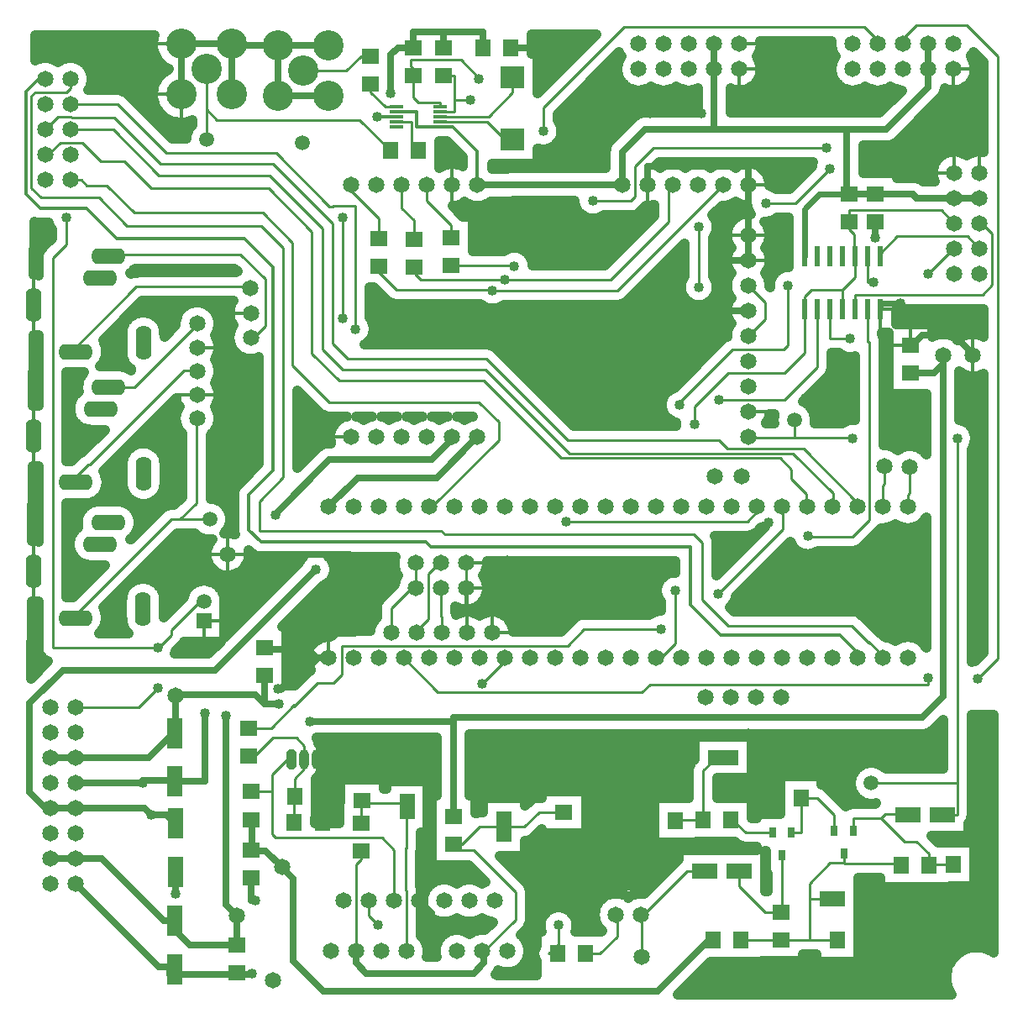
<source format=gbr>
G04 DipTrace 3.3.1.1*
G04 Top.gbr*
%MOIN*%
G04 #@! TF.FileFunction,Copper,L1,Top*
G04 #@! TF.Part,Single*
%AMOUTLINE0*
4,1,8,
-0.019685,-0.029528,
-0.009843,-0.03937,
0.009843,-0.03937,
0.019685,-0.029528,
0.019685,0.029528,
0.009843,0.03937,
-0.009843,0.03937,
-0.019685,0.029528,
-0.019685,-0.029528,
0*%
G04 #@! TA.AperFunction,Conductor*
%ADD14C,0.027559*%
%ADD15C,0.023622*%
%ADD16C,0.011811*%
%ADD17C,0.03*%
%ADD18C,0.03937*%
%ADD19C,0.01*%
G04 #@! TA.AperFunction,CopperBalancing*
%ADD20C,0.04*%
%ADD21C,0.012992*%
%ADD24R,0.062992X0.124016*%
%ADD25R,0.070866X0.062992*%
%ADD27R,0.100394X0.062992*%
%ADD28R,0.062992X0.070866*%
%ADD30R,0.124016X0.062992*%
%ADD32R,0.062992X0.100394*%
G04 #@! TA.AperFunction,ComponentPad*
%ADD33O,0.062992X0.137795*%
%ADD34O,0.137795X0.062992*%
%ADD35C,0.065*%
%ADD36C,0.12*%
%ADD37C,0.059055*%
%ADD39R,0.025591X0.041339*%
%ADD41R,0.023622X0.07874*%
%ADD42R,0.055118X0.011811*%
%ADD44R,0.094488X0.086614*%
G04 #@! TA.AperFunction,ComponentPad*
%ADD45R,0.059055X0.059055*%
%ADD46C,0.059055*%
%ADD47O,0.03937X0.07874*%
%ADD96OUTLINE0*%
%FSLAX26Y26*%
G04*
G70*
G90*
G75*
G01*
G04 Top*
%LPD*%
X1325920Y1025794D2*
D14*
Y1022287D1*
X1384311D1*
X1449945Y956654D1*
X629993Y1191390D2*
X904148D1*
X930374Y1165164D1*
X1025273Y1130076D2*
X990185Y1165164D1*
X930374D1*
X529993Y1191390D2*
X629993D1*
X1449945Y956654D2*
Y954999D1*
X1493588Y911356D1*
Y582635D1*
X1612403Y463820D1*
X2939735D1*
X3144361Y668446D1*
X3160182D1*
X1632782Y2385976D2*
X1749119Y2502314D1*
X2063035D1*
X2224307Y2663585D1*
X529993Y1191390D2*
X510395D1*
X447606Y1254178D1*
Y1606753D1*
X578329Y1737476D1*
X1183790D1*
X1583618Y2137304D1*
X1325920Y1025794D2*
X1330297D1*
Y1145669D1*
X1325252D1*
X1436673Y1602927D2*
X1434147Y1605453D1*
X1378394D1*
Y1715996D1*
Y1605453D2*
X1342777Y1641070D1*
X1024552D1*
Y1636886D1*
X1558268Y1535488D2*
X2128413D1*
Y1550739D1*
X3989928D1*
X4071928Y1632739D1*
Y2988339D1*
X629993Y1391390D2*
X529993D1*
X1022336Y1489051D2*
Y1495425D1*
X918301Y1391390D1*
X629993D1*
X1024552Y1636886D2*
X1025169Y1636269D1*
Y1489051D1*
X1022336D1*
X3942127Y2917961D2*
X4036041D1*
X4071928Y2953848D1*
Y2988339D1*
X2128413Y1156388D2*
Y1535488D1*
X1880710Y4027344D2*
Y4179692D1*
X1909829Y4208811D1*
X1970601D1*
X3522480Y3382525D2*
D15*
Y3568875D1*
X3580184Y3626579D1*
X3699214D1*
X4013913Y4222690D2*
D14*
Y4122690D1*
X1022336Y744664D2*
Y708764D1*
X1081962Y649138D1*
X1269923D1*
X2124307Y2663585D2*
Y2654682D1*
X2043461Y2573836D1*
X1636749D1*
X1418710Y2355797D1*
X1423253D1*
X1970601Y4208811D2*
Y4270308D1*
X2088711D1*
X2246192D1*
Y4208811D1*
X3699214Y3626579D2*
X3802706D1*
Y3626614D1*
X3163913Y4122690D2*
Y4222690D1*
X3699214Y3626579D2*
X3690520D1*
Y3885403D1*
X3163913D1*
X2888764D1*
X2799058Y3795697D1*
Y3664675D1*
X629993Y991390D2*
X529993D1*
X2088711Y4270308D2*
Y4208811D1*
X2224307Y3663585D2*
D16*
Y3798001D1*
X2126604Y3895705D1*
X2075470D1*
X2799058Y3664675D2*
D14*
X2356253D1*
X2355164Y3663585D1*
X2224307D1*
X3163913Y4122690D2*
Y3885403D1*
X4116198Y3612331D2*
X4216198D1*
X1270510Y764469D2*
X1226146Y808833D1*
Y1555507D1*
X1227056Y1556417D1*
X1269923Y649138D2*
Y764469D1*
X1270510D1*
X3802706Y3626614D2*
X3952077D1*
X3966361Y3612331D1*
X4116198D1*
X2075470Y3895705D2*
D16*
X1983383D1*
Y3954760D1*
X1902241D1*
X629993Y991390D2*
D14*
X731340D1*
X978066Y744664D1*
X1022336D1*
X3690520Y3885403D2*
X3846972D1*
X4013913Y4052344D1*
Y4122690D1*
X629993Y891390D2*
X961054Y560329D1*
X1022336D1*
Y551751D1*
X629993Y1291390D2*
X895087D1*
Y1302383D1*
X1022336D1*
Y1296138D1*
X1341378Y824403D2*
X1325920D1*
Y915558D1*
X1378394Y1826232D2*
Y1821684D1*
X1551692D1*
X1587399Y1785976D1*
X1632782D1*
X1025336Y849564D2*
X1025273Y849627D1*
Y937163D1*
X896003Y1290768D2*
X895087Y1291390D1*
X1330971Y533756D2*
Y529383D1*
X1269923D1*
Y538902D1*
X1022336Y551751D2*
X1003490D1*
Y529383D1*
X1269923D1*
X1432719Y1663315D2*
D17*
X1443668D1*
X1500528Y1720175D1*
X1521597D1*
X1587399Y1785976D1*
X3822480Y3169927D2*
D15*
Y3193339D1*
X3903241D1*
X2356428Y4208811D2*
D14*
X2507484D1*
Y4212793D1*
X3802706Y3516378D2*
Y3454879D1*
X3802707D1*
X1902241Y3935075D2*
D16*
X1833581D1*
X1831320Y3932814D1*
X1827205D1*
X2899058Y3664675D2*
D14*
X2898213D1*
Y3736281D1*
X3299058D1*
Y3664675D1*
Y3464675D1*
Y3364675D1*
X3226531D1*
X3203790Y3341933D1*
Y3191530D1*
X3230301Y3165020D1*
X3299058D1*
Y3164675D1*
X2233972Y3116260D2*
D18*
X3066167D1*
Y3124436D1*
X3942127Y3028197D2*
D14*
X3950085D1*
X3988684Y3066795D1*
X4116424D1*
X4190038Y2993181D1*
Y2988339D1*
X2178598Y2163018D2*
D19*
Y2063018D1*
X2182782D1*
Y1885976D1*
X3112280Y3948705D2*
D14*
X2908677D1*
X1144269Y1568927D2*
Y1296138D1*
X1022336D1*
X1766867Y1330993D2*
X1778016D1*
Y1305668D1*
X1764118D1*
Y1417815D1*
X1944657D1*
Y1333895D1*
X2239352Y1418682D2*
X2330126D1*
Y1308885D1*
X3770556Y832218D2*
X3840404D1*
X3914346Y758276D1*
X4223409Y966402D2*
Y1102270D1*
X4222227D1*
X2884942Y1393411D2*
X2933062D1*
X2933959Y1392513D1*
X3005967D1*
X3914346Y758276D2*
X3908965D1*
X3819146Y668457D1*
X3763795D1*
X2899226Y1142345D2*
X2873742D1*
X2826283Y1189804D1*
Y1334752D1*
X2884942Y1393411D1*
X3399307Y1170009D2*
Y1184331D1*
X3397639Y1185999D1*
Y1231432D1*
X1944657Y1417815D2*
X1989820D1*
Y1418682D1*
X2674337Y768232D2*
D19*
Y869045D1*
X2682226D1*
Y989075D1*
X2646777Y1024524D1*
Y1285596D1*
X2567635D1*
X3770556Y832218D2*
X3763795D1*
Y668457D1*
X2042591Y623143D2*
D14*
Y713403D1*
X2330126Y1308885D2*
Y1417521D1*
X2442710D1*
X2504020Y1356211D1*
Y1359202D1*
X2577626Y1285596D1*
X2567635D1*
X1992591Y823143D2*
Y822673D1*
X2042591Y772673D1*
Y623143D1*
X1587558Y1382909D2*
D19*
X1669902D1*
Y1417815D1*
X1764118D1*
X1587558Y1382909D2*
X1665682D1*
Y1237207D1*
X1609845D1*
D14*
X1607990D1*
Y1134668D1*
X1944657Y1333895D2*
X1988728D1*
X2020883Y1301740D1*
Y938071D1*
X1992591Y909778D1*
Y823143D1*
X1047908Y4023033D2*
Y4223033D1*
X1247908D1*
X1174807Y4232843D2*
D19*
X1247908D1*
Y4223033D1*
X1434213Y4216587D2*
D14*
X1247908D1*
Y4223033D1*
X1434213Y4216587D2*
X1634213D1*
X1247908Y4223033D2*
Y4023033D1*
X1434213Y4216587D2*
Y4016587D1*
X1634213D1*
X1333585Y2196202D2*
X1715664D1*
Y2121454D1*
X3632761Y832218D2*
D19*
Y844378D1*
X3604928D1*
Y832045D1*
X3542999D1*
Y668457D1*
X3653559D1*
X3270419Y668446D2*
X3324336D1*
X3324534Y668644D1*
X3430546D1*
X3678073Y1009483D2*
Y971772D1*
X3735217D1*
X3735970Y971018D1*
X3905218D1*
Y964352D1*
X3604928Y832045D2*
X3603907Y831024D1*
X3542852D1*
Y891366D1*
X3624278Y972793D1*
X3678073D1*
Y1009483D1*
X3430546Y668644D2*
X3542999Y668457D1*
X2322445Y1108290D2*
X2330126Y1115971D1*
X2408818D1*
X2468206Y1175360D1*
X2567635D1*
X1742591Y623143D2*
D14*
Y576562D1*
X1783857Y535295D1*
X2207920D1*
X2248592Y575967D1*
Y617836D1*
X2242591D1*
Y623143D1*
X1742591D2*
D19*
X1749840D1*
X1741655Y631328D1*
Y967707D1*
X1762037Y988089D1*
Y1022315D1*
X2242591Y623143D2*
X2231677D1*
X2242591D2*
X2250934D1*
X2375423Y747631D1*
Y858283D1*
X2210941Y1022765D1*
X2128413D1*
Y1046152D1*
X2162555D1*
X2232374Y1115971D1*
X2330126D1*
X2932782Y1785976D2*
X2941576Y1777182D1*
X3007990Y1843596D1*
Y2054248D1*
X3534906Y2270293D2*
Y2268648D1*
X3714289D1*
X3781015Y2335375D1*
Y3040387D1*
X3772480D1*
Y3169927D1*
X3622480D2*
Y3052640D1*
X3703954D1*
X4012579Y3311866D2*
X4113043Y3412331D1*
X4116198D1*
X1534213Y4116587D2*
X1704408D1*
X1762341Y4174520D1*
X1800423D1*
X3183525Y2812178D2*
X3442850D1*
X3572480Y2941808D1*
Y3169927D1*
X1877993Y3799577D2*
X1755440Y3922131D1*
X1422978D1*
X1423702Y3921407D1*
X1190659D1*
X1147908Y3964157D1*
Y4123033D1*
Y3964157D2*
X1149597D1*
Y3844336D1*
X2364302Y3842669D2*
Y3812837D1*
X2261749Y3915390D1*
X2075470D1*
X4116198Y3512331D2*
X4065654Y3562875D1*
X3699214D1*
Y3516343D1*
X3672480Y3169927D2*
Y3248527D1*
X3722480Y3298527D1*
Y3382525D1*
X3522480Y3169927D2*
Y2998895D1*
X3441913Y2918328D1*
X3219408D1*
X3084961Y2783881D1*
Y2715176D1*
X3522480Y3169927D2*
Y3222504D1*
X3548504Y3248527D1*
X3672480D1*
X3699214Y3516343D2*
Y3487682D1*
X3718403Y3468494D1*
Y3413896D1*
X3722480Y3417973D1*
Y3382525D1*
X4216198Y3412331D2*
X4168697Y3459832D1*
X3890583D1*
X3822480Y3391729D1*
Y3382525D1*
X3732782Y1785976D2*
D16*
Y1808154D1*
X3663720Y1877215D1*
X3187799D1*
X3068194Y1996820D1*
Y2227614D1*
X2039570D1*
X2020512Y2246672D1*
X1364681D1*
X1315785Y2295568D1*
Y2433399D1*
X1414436Y2532050D1*
Y3336514D1*
X1300886Y3450064D1*
X792816D1*
X671890Y3570991D1*
X489736D1*
X432067Y3628660D1*
Y4033873D1*
X482594Y4084400D1*
X508434D1*
Y4083161D1*
X2078598Y2163018D2*
D19*
X2071808D1*
X2030113Y2121323D1*
Y1941888D1*
X1982782Y1894558D1*
Y1885976D1*
X2075470Y3935075D2*
X2268055D1*
X2364302Y4031322D1*
Y4090701D1*
X2078598Y2063018D2*
X2080953D1*
Y1952524D1*
X2082782D1*
Y1885976D1*
X1902241Y3974445D2*
X1858123D1*
X1800423Y4032146D1*
Y4064283D1*
X1978598Y2163018D2*
Y2063018D1*
Y2080276D1*
X1882782Y1984459D1*
Y1885976D1*
X760772Y2861696D2*
X861529D1*
X1111602Y3111769D1*
Y3113205D1*
X2242799Y1685391D2*
X2332782Y1775374D1*
Y1785976D1*
X2088711Y4098575D2*
X2131257D1*
Y4000289D1*
X2195455D1*
X2075470Y3954760D2*
X2131765D1*
Y4098575D1*
X2088711D1*
X630915Y2482974D2*
X680299D1*
X679343Y2483930D1*
X637010D1*
Y2510199D1*
X680797Y2553986D1*
X686182D1*
X1058635Y2926438D1*
X1111602D1*
Y2924975D1*
X630198Y3002357D2*
X613215D1*
X870222Y3259364D1*
X1318252D1*
Y3258332D1*
X1322287Y3254297D1*
X2229980Y4084080D2*
Y4089115D1*
X2159622Y4159474D1*
X1960825D1*
Y4132990D1*
X1970601Y4123214D1*
Y4098575D1*
Y4009761D1*
X1990601Y3989761D1*
X2075470D1*
Y3974445D1*
X1942591Y623143D2*
Y865123D1*
X1940677Y863210D1*
Y1034259D1*
X1942591Y1032345D1*
Y1196100D1*
X1944657D1*
X1766867Y1220757D2*
X1762009D1*
Y1149218D1*
X1762037Y1149190D1*
Y1132551D1*
X1944657Y1196100D2*
Y1209970D1*
X1766867D1*
Y1220757D1*
X1834029Y3451441D2*
Y3529962D1*
X1724307Y3639684D1*
Y3663585D1*
X1924307D2*
Y3571434D1*
X1972709Y3523033D1*
Y3448752D1*
X2024307Y3663585D2*
Y3600092D1*
X2120448Y3503951D1*
Y3454089D1*
X4069340Y1162793D2*
X4128105D1*
Y1289332D1*
Y2659029D1*
X3713619D2*
X3715264Y2660673D1*
X3481665D1*
X3290259D1*
X3294260Y2664675D1*
X3299058D1*
X3481665Y2732430D2*
Y2660673D1*
X3787158Y1289332D2*
X4128105D1*
X3532782Y2385976D2*
X3530802Y2383996D1*
Y2437424D1*
X3470346Y2497879D1*
Y2535096D1*
X3426079Y2579364D1*
X2555402D1*
X2247895Y2886870D1*
X1676189D1*
X1567681Y2995378D1*
Y3479194D1*
X1396615Y3650260D1*
X930657D1*
X824381Y3756537D1*
X730461D1*
X654937Y3832062D1*
X567802D1*
X518902Y3783161D1*
X508434D1*
X1111602Y2736745D2*
X1108203D1*
Y2400383D1*
X1044256Y2336434D1*
X1008063D1*
X624160Y1952531D1*
Y1945744D1*
X629340D1*
X1161907Y2337325D2*
X1044256Y2336434D1*
X1690277Y3135839D2*
Y3533925D1*
X1740500Y3092457D2*
Y3580906D1*
X1651703D1*
X1649514Y3578717D1*
X1637052D1*
X1425866Y3789903D1*
X988539D1*
X795280Y3983163D1*
X608434D1*
X3640672Y1100034D2*
Y1164925D1*
X3574165Y1231432D1*
X3507875D1*
Y1094403D1*
X3470601D1*
X3433199Y1003852D2*
Y778881D1*
X3430546D1*
X3366181D1*
X3262806Y882255D1*
Y940488D1*
X3395798Y1094403D2*
X3288209D1*
X3237480Y1145131D1*
X3230751D1*
X3009462Y1142345D2*
X3028643D1*
X3031429Y1145131D1*
X3120514D1*
Y1340251D1*
X3172777Y1392513D1*
X3198881D1*
X3732782Y2385976D2*
Y2401827D1*
X3517983Y2616626D1*
X3214955D1*
X3181119Y2650462D1*
X2582820D1*
X2260391Y2972891D1*
X1708386D1*
X1648682Y3032594D1*
Y3510466D1*
X1411261Y3747887D1*
X965041D1*
X782664Y3930264D1*
X612789D1*
Y3933469D1*
X558741D1*
X508434Y3883161D1*
X3432782Y2385976D2*
X3434571D1*
Y2296954D1*
X3179175Y2041558D1*
X2951211Y1901445D2*
X2646906D1*
X2581228Y1835768D1*
X1684948D1*
Y1719757D1*
X1654278Y1689088D1*
X1637651D1*
X1639840Y1686899D1*
X1589497D1*
X1497549Y1594950D1*
Y1599329D1*
X1405332Y1507113D1*
X1316734D1*
X1537558Y1382909D2*
Y1346801D1*
X1499609Y1308852D1*
Y1237207D1*
X1316734Y1396877D2*
X1338682D1*
X1412453Y1470647D1*
X1505423D1*
X1537558Y1438512D1*
Y1382909D1*
X1499609Y1237207D2*
X1497753D1*
Y1134668D1*
X1792591Y823143D2*
Y764433D1*
X1831001Y726022D1*
X2546230D2*
Y652302D1*
X2507226Y613298D1*
X2541375D1*
X760055Y3381079D2*
Y3398482D1*
X769928Y3388609D1*
X1284324D1*
X1381774Y3291159D1*
Y3102990D1*
X1335972Y3057188D1*
X1324476D1*
X3832782Y1785976D2*
Y1796336D1*
X3777732Y1851386D1*
Y1848436D1*
X3710423Y1915745D1*
X3219325D1*
X3116358Y2018713D1*
Y2243257D1*
X3082007Y2277609D1*
X2094841D1*
X2080903Y2291547D1*
X1359570D1*
Y2408310D1*
X1453841Y2502581D1*
Y3415709D1*
X1367583Y3501967D1*
X834266D1*
X723648Y3612585D1*
X491927D1*
X453959Y3650552D1*
Y4016744D1*
X468861Y4031646D1*
X593205D1*
X608434Y4046875D1*
Y4083161D1*
X3796152Y3279109D2*
X3771383D1*
Y3382525D1*
X3772480D1*
X3457576Y3265547D2*
Y3027209D1*
X3440257Y3009890D1*
X3236287D1*
X3027245Y2800848D1*
Y2790575D1*
X3102833Y3257663D2*
Y3496953D1*
X1902241Y3915390D2*
X1961517D1*
Y3799577D1*
X1988230D1*
X4113173Y966402D2*
X4015454D1*
Y964352D1*
Y1010589D1*
X3967398Y1058646D1*
X3919089D1*
X3826969Y1150766D1*
X3814610D1*
X3826967D2*
X3844104Y1167903D1*
X3931545D1*
Y1162793D1*
X3814610Y1150766D2*
X3715475D1*
Y1100034D1*
X1834029Y3341205D2*
Y3316060D1*
X1902385Y3247705D1*
X2268938D1*
X2272014Y3244629D1*
X2284013D1*
X2779012D1*
X3199058Y3664675D1*
X1972709Y3338516D2*
X1976999D1*
Y3309472D1*
X1997837Y3288634D1*
X2333471D1*
Y3286581D1*
X2752625D1*
X2983109Y3517066D1*
Y3664675D1*
X2999058D1*
X2370660Y3342465D2*
X2369272Y3343853D1*
X2120448D1*
X3299058Y3264675D2*
X3366560Y3197172D1*
Y3132177D1*
X3299058Y3064675D1*
X2876551Y599736D2*
Y762315D1*
X2874337D1*
Y768232D1*
X2883979D1*
X3056235Y940488D1*
X3125010D1*
X2577306Y2328860D2*
X3294441D1*
X3332782Y2367201D1*
Y2385976D1*
X1487558Y1382909D2*
X1468167D1*
X1410416Y1325159D1*
Y1255906D1*
X1325252D1*
X1410416D2*
Y1086605D1*
X1422566Y1074455D1*
X1844785D1*
X1893635Y1025605D1*
Y823143D1*
X1892591D1*
X4013209Y1708878D2*
Y1682520D1*
X2908364D1*
X2876844Y1651000D1*
X2067759D1*
X1932782Y1785976D1*
X4208438Y1703647D2*
X4288761Y1783970D1*
Y4173983D1*
X4165753Y4296991D1*
X3964705D1*
X3914882Y4247168D1*
Y4211075D1*
X3903266Y4222690D1*
X3913912D1*
X2485596Y3876406D2*
Y3969286D1*
X2807098Y4290789D1*
X3759105D1*
X3815644Y4234249D1*
Y4222690D1*
X3813912D1*
X3623988Y3727741D2*
X3485818Y3589571D1*
X3368148D1*
X2682127Y3600873D2*
X2682904Y3601650D1*
X2765024D1*
X2766147Y3600526D1*
X2833547D1*
X2849276Y3616255D1*
Y3737084D1*
X2922329Y3810138D1*
X3609332D1*
Y3810018D1*
X3722480Y3169927D2*
Y3228924D1*
X4229245D1*
X4266458Y3266136D1*
Y3469740D1*
X4225875Y3510323D1*
X4214190D1*
X4216198Y3512331D1*
X3632782Y2385976D2*
X3635886D1*
Y2439613D1*
X3476697Y2598802D1*
X2590696D1*
X2257450Y2932047D1*
X1687932D1*
X1609276Y3010703D1*
Y3492331D1*
X1399444Y3702163D1*
X960315D1*
X779318Y3883161D1*
X608434D1*
X2774337Y768232D2*
X2772812D1*
X2779420Y774841D1*
Y682133D1*
X2710585Y613298D1*
X2651612D1*
X2032782Y2385976D2*
X2043782D1*
X2308810Y2651004D1*
Y2723782D1*
X2230684Y2801908D1*
X1636365D1*
X1491058Y2947215D1*
Y3433222D1*
X1371646Y3552634D1*
X862689D1*
X752829Y3662493D1*
X672642D1*
X651972Y3683163D1*
X608434D1*
X591945Y3532793D2*
Y3427525D1*
X537787Y3373367D1*
Y1826605D1*
X956434D1*
Y1667668D2*
X880156Y1591390D1*
X629993D1*
X1138903Y2012047D2*
X1124371D1*
X1010657Y1898333D1*
Y1879067D1*
X958196Y1826605D1*
X956434D1*
X3832782Y2385976D2*
Y2472100D1*
X3839560Y2478878D1*
Y2546248D1*
X3932782Y2385976D2*
Y2433478D1*
X3940207Y2440903D1*
Y2543017D1*
D20*
X1583618Y2137304D3*
X1558268Y1535488D3*
X1330971Y533756D3*
X1144269Y1568927D3*
X2239352Y1418682D3*
X3007990Y2054248D3*
X3534906Y2270293D3*
X3703954Y3052640D3*
X4012579Y3311866D3*
X2242799Y1685391D3*
X2195455Y4000289D3*
X4128105Y2659029D3*
X3713619D3*
X1690277Y3135839D3*
Y3533925D3*
X1740500Y3092457D3*
X3179175Y2041558D3*
X2951211Y1901445D3*
X1831001Y726022D3*
X2546230D3*
X3457576Y3265547D3*
X3027245Y2790575D3*
X3102833Y3257663D3*
Y3496953D3*
X4208438Y1703647D3*
X3623988Y3727741D3*
X3368148Y3589571D3*
X591945Y3532793D3*
X956434Y1826605D3*
Y1667668D3*
X896003Y1290768D3*
X1432719Y1663315D3*
X1827205Y3932814D3*
X2233972Y3116260D3*
X3066167Y3124436D3*
X3112280Y3948705D3*
X2908677D3*
X1994016Y3131024D3*
X3298778Y1488957D3*
X4244016Y1381024D3*
X3649052Y2897134D3*
X3899138Y2141963D3*
X2919508Y1999008D3*
X2884942Y1393411D3*
X3399307Y1170009D3*
X4222227Y1102270D3*
X1989820Y1418682D3*
X1341378Y824403D3*
X1025336Y849564D3*
X3903241Y3193339D3*
X2507484Y4212793D3*
X3802707Y3454879D3*
X930374Y1165164D3*
X1436673Y1602927D3*
X1227056Y1556417D3*
X1423253Y2355797D3*
X1880710Y4027344D3*
X3183525Y2812178D3*
X3084961Y2715176D3*
X2229980Y4084080D3*
X3796152Y3279109D3*
X2284013Y3244629D3*
X2333471Y3288634D3*
X2370660Y3342465D3*
X2577306Y2328860D3*
X4013209Y1708878D3*
X2485596Y3876406D3*
X3609332Y3810018D3*
X2682127Y3600873D3*
X1715664Y2121454D3*
X1171293Y2557890D3*
X1333585Y2196202D3*
X3379789Y2322559D3*
X2572738Y4211054D3*
X3488391Y4119993D3*
X3930692Y3801496D3*
X4207571Y1957205D3*
X2343840Y2173013D3*
X3463050Y2088736D3*
X3526504Y2816526D3*
X1797186Y3218157D3*
X1027328Y2560395D3*
X634795Y2637457D3*
X1015287Y3321379D3*
X474182Y4223031D2*
X932317D1*
X2443542D2*
X2655297D1*
X3352022D2*
X3625820D1*
X473931Y4183163D2*
X939674D1*
X2467154D2*
X2615429D1*
X3342154D2*
X3635688D1*
X671222Y4143294D2*
X965833D1*
X2467154D2*
X2575562D1*
X2743641D2*
X2778379D1*
X3349438D2*
X3628368D1*
X4199463D2*
X4228172D1*
X694044Y4103425D2*
X966515D1*
X2467154D2*
X2535695D1*
X2703774D2*
X2778056D1*
X3349761D2*
X3628045D1*
X4199786D2*
X4228172D1*
X694224Y4063556D2*
X939925D1*
X2467154D2*
X2495827D1*
X2663907D2*
X2800125D1*
X3327728D2*
X3650114D1*
X4177717D2*
X4228172D1*
X838801Y4023688D2*
X932317D1*
X2624039D2*
X3094519D1*
X3233281D2*
X3888780D1*
X4076667D2*
X4228172D1*
X878668Y3983819D2*
X939422D1*
X2584172D2*
X3094519D1*
X3233281D2*
X3848912D1*
X4041859D2*
X4228172D1*
X918536Y3943950D2*
X965151D1*
X2546206D2*
X2855674D1*
X4001992D2*
X4228172D1*
X958403Y3904081D2*
X1088988D1*
X2555644D2*
X2810998D1*
X3962125D2*
X4228172D1*
X998270Y3864213D2*
X1066955D1*
X2560165D2*
X2771131D1*
X3922257D2*
X4228172D1*
X2075334Y3824344D2*
X2112656D1*
X2538743D2*
X2736287D1*
X3874352D2*
X4228172D1*
X2075334Y3784475D2*
X2152523D1*
X2467154D2*
X2729684D1*
X3759881D2*
X4068990D1*
X2075334Y3744606D2*
X2097764D1*
X2285795D2*
X2729684D1*
X2940825D2*
X2968924D1*
X3029208D2*
X3068898D1*
X3129217D2*
X3168907D1*
X3229190D2*
X3268916D1*
X3329199D2*
X3550392D1*
X3759881D2*
X4034541D1*
X3376997Y3704738D2*
X3516948D1*
X3893729D2*
X4028441D1*
X3387152Y3664869D2*
X3477080D1*
X2158585Y3585131D2*
X2190022D1*
X2258595D2*
X2608288D1*
X3230374D2*
X3267768D1*
X2163179Y3545262D2*
X2633012D1*
X2849787D2*
X2922526D1*
X3163702D2*
X3270997D1*
X469481Y3505394D2*
X521802D1*
X2211479D2*
X2887395D1*
X3177948D2*
X3221477D1*
X3376638D2*
X3455083D1*
X469230Y3465525D2*
X531347D1*
X2211479D2*
X2847528D1*
X3171165D2*
X3210963D1*
X3387152D2*
X3455083D1*
X468979Y3425656D2*
X506049D1*
X2211479D2*
X2807661D1*
X3163450D2*
X3220544D1*
X3377571D2*
X3455083D1*
X2431664Y3385787D2*
X2767793D1*
X3004232D2*
X3042236D1*
X3163450D2*
X3213655D1*
X3384461D2*
X3455083D1*
X2446161Y3345919D2*
X2727926D1*
X2964329D2*
X3042236D1*
X3163450D2*
X3213080D1*
X3385035D2*
X3455083D1*
X2924462Y3306050D2*
X3042236D1*
X3163450D2*
X3221836D1*
X2884594Y3266181D2*
X3027739D1*
X3177912D2*
X3210963D1*
X1801107Y3226312D2*
X1839721D1*
X2844727D2*
X3034449D1*
X3171201D2*
X3220221D1*
X881360Y3186444D2*
X1066273D1*
X1156950D2*
X1242357D1*
X1801107D2*
X2238286D1*
X2329753D2*
X3091469D1*
X3114217D2*
X3213834D1*
X943834Y3146575D2*
X1030389D1*
X1192798D2*
X1236831D1*
X1801107D2*
X3212937D1*
X3889890D2*
X4228172D1*
X978893Y3106706D2*
X1022494D1*
X1199437D2*
X1251830D1*
X1814671D2*
X3222231D1*
X4033175D2*
X4228172D1*
X761758Y3066837D2*
X811101D1*
X1185765D2*
X1236938D1*
X1811370D2*
X3210999D1*
X4106092D2*
X4155866D1*
X750957Y3026969D2*
X811101D1*
X1199329D2*
X1241998D1*
X2281094D2*
X3169338D1*
X753289Y2987100D2*
X812105D1*
X1193373D2*
X1274007D1*
X2330220D2*
X3129470D1*
X3633067D2*
X3671142D1*
X733768Y2947231D2*
X829904D1*
X1196710D2*
X1352916D1*
X2370087D2*
X3089567D1*
X3633067D2*
X3720411D1*
X598377Y2907362D2*
X649945D1*
X1197822D2*
X1352916D1*
X2409954D2*
X3049700D1*
X3621404D2*
X3720411D1*
X4141294D2*
X4163329D1*
X598377Y2867493D2*
X636488D1*
X1191291D2*
X1352916D1*
X2449822D2*
X3009832D1*
X3582219D2*
X3720411D1*
X4141294D2*
X4228172D1*
X598377Y2827625D2*
X622063D1*
X1199652D2*
X1352916D1*
X2489689D2*
X2961963D1*
X3542351D2*
X3720411D1*
X3841626D2*
X4002532D1*
X4141294D2*
X4228172D1*
X1004012Y2787756D2*
X1035377D1*
X1187811D2*
X1352916D1*
X1514428D2*
X1566463D1*
X2529556D2*
X2951700D1*
X3545007D2*
X3720411D1*
X3841626D2*
X4002532D1*
X4141294D2*
X4228172D1*
X964144Y2747887D2*
X1024253D1*
X1198971D2*
X1352916D1*
X1514428D2*
X1615480D1*
X2569424D2*
X2965767D1*
X3565317D2*
X3720411D1*
X3841626D2*
X4002532D1*
X4141294D2*
X4228172D1*
X598377Y2708018D2*
X638605D1*
X924277D2*
X1028559D1*
X1194629D2*
X1352916D1*
X1514428D2*
X1648889D1*
X2609291D2*
X3009725D1*
X3841626D2*
X4002532D1*
X4184320D2*
X4228172D1*
X598377Y2668150D2*
X716295D1*
X884374D2*
X1047613D1*
X1168792D2*
X1352916D1*
X1514428D2*
X1636329D1*
X3841626D2*
X4002532D1*
X4203123D2*
X4228172D1*
X598377Y2628281D2*
X676427D1*
X942614D2*
X1047613D1*
X1168792D2*
X1352916D1*
X1514428D2*
X1596570D1*
X3862080D2*
X4002532D1*
X4196771D2*
X4228172D1*
X598377Y2588412D2*
X631177D1*
X979144D2*
X1047613D1*
X1168792D2*
X1352916D1*
X1514428D2*
X1554872D1*
X4188697D2*
X4228172D1*
X764772Y2548543D2*
X811818D1*
X986034D2*
X1047613D1*
X1168792D2*
X1345596D1*
X4188697D2*
X4228172D1*
X751351Y2508675D2*
X811818D1*
X986034D2*
X1047613D1*
X1168792D2*
X1305728D1*
X4188697D2*
X4228172D1*
X754186Y2468806D2*
X812644D1*
X985208D2*
X1047613D1*
X1168792D2*
X1266471D1*
X4188697D2*
X4228172D1*
X735455Y2428937D2*
X829724D1*
X968128D2*
X1047613D1*
X1168792D2*
X1254270D1*
X4188697D2*
X4228172D1*
X598377Y2389068D2*
X665518D1*
X852868D2*
X983237D1*
X1228396D2*
X1254270D1*
X4188697D2*
X4228172D1*
X598377Y2349199D2*
X638462D1*
X879924D2*
X936767D1*
X4188697D2*
X4228172D1*
X598377Y2309331D2*
X636093D1*
X3871409D2*
X3894162D1*
X3971383D2*
X4002532D1*
X4188697D2*
X4228172D1*
X1025148Y2269462D2*
X1113461D1*
X3170520D2*
X3323030D1*
X3799139D2*
X4002532D1*
X4188697D2*
X4228172D1*
X985280Y2229593D2*
X1150780D1*
X3176943D2*
X3283162D1*
X3451242D2*
X3471985D1*
X3759271D2*
X4002532D1*
X4188697D2*
X4228172D1*
X945413Y2189724D2*
X1145111D1*
X1320474D2*
X1352701D1*
X3176943D2*
X3243295D1*
X3411374D2*
X4002532D1*
X4188697D2*
X4228172D1*
X598377Y2149856D2*
X737430D1*
X905546D2*
X1159967D1*
X1305618D2*
X1499718D1*
X1658109D2*
X1891538D1*
X2265664D2*
X3006675D1*
X3176943D2*
X3203428D1*
X3371507D2*
X4002532D1*
X4188697D2*
X4228172D1*
X598377Y2109987D2*
X697563D1*
X865642D2*
X1459851D1*
X1653803D2*
X1904851D1*
X2252351D2*
X2959056D1*
X3331640D2*
X4002532D1*
X4188697D2*
X4228172D1*
X598377Y2070118D2*
X657696D1*
X966118D2*
X1078258D1*
X1199545D2*
X1419983D1*
X1612895D2*
X1884397D1*
X2266382D2*
X2934153D1*
X3291772D2*
X4002532D1*
X4188697D2*
X4228172D1*
X785908Y2030249D2*
X811172D1*
X983558D2*
X1055831D1*
X1221972D2*
X1380116D1*
X1573027D2*
X1844529D1*
X2260066D2*
X2936521D1*
X3253879D2*
X4002532D1*
X4188697D2*
X4228172D1*
X746040Y1990381D2*
X810275D1*
X984455D2*
X1018655D1*
X1224018D2*
X1340249D1*
X1533160D2*
X1822496D1*
X2224971D2*
X2947394D1*
X3233245D2*
X4002532D1*
X4188697D2*
X4228172D1*
X753684Y1950512D2*
X810275D1*
X1224018D2*
X1300381D1*
X1493293D2*
X1822173D1*
X2340698D2*
X2614676D1*
X3759702D2*
X4002532D1*
X4188697D2*
X4228172D1*
X746076Y1910643D2*
X816914D1*
X1224018D2*
X1260478D1*
X1453425D2*
X1798382D1*
X2367180D2*
X2572045D1*
X3799569D2*
X4002532D1*
X4188697D2*
X4228172D1*
X1469430Y1870774D2*
X1636473D1*
X3842379D2*
X4002532D1*
X4188697D2*
X4228172D1*
X1046535Y1830906D2*
X1180744D1*
X1469430D2*
X1557707D1*
X4188697D2*
X4228172D1*
X458285Y1791037D2*
X489758D1*
X1469430D2*
X1544825D1*
X4188697D2*
X4211773D1*
X458034Y1751168D2*
X495571D1*
X1469430D2*
X1552217D1*
X1469430Y1711299D2*
X1529861D1*
X1448096Y1909328D2*
X1465427D1*
Y1676332D1*
X1498497Y1675975D1*
X1552739Y1729938D1*
X1559924Y1735158D1*
X1563817Y1737337D1*
X1562694Y1739496D1*
X1558045Y1747413D1*
X1554286Y1755791D1*
X1551463Y1764528D1*
X1549610Y1773520D1*
X1548747Y1782662D1*
X1548887Y1791842D1*
X1550026Y1800953D1*
X1552152Y1809886D1*
X1555239Y1818533D1*
X1559251Y1826792D1*
X1564138Y1834565D1*
X1569844Y1841758D1*
X1576300Y1848287D1*
X1583430Y1854073D1*
X1591147Y1859047D1*
X1599361Y1863151D1*
X1607974Y1866334D1*
X1616881Y1868560D1*
X1625979Y1869801D1*
X1635158Y1870043D1*
X1639707Y1869786D1*
X1644925Y1875790D1*
X1651679Y1881558D1*
X1659252Y1886199D1*
X1667457Y1889598D1*
X1676093Y1891671D1*
X1684965Y1892367D1*
X1798941Y1892575D1*
X1799718Y1899133D1*
X1801006Y1905609D1*
X1802798Y1911965D1*
X1805084Y1918160D1*
X1807849Y1924157D1*
X1811075Y1929919D1*
X1814744Y1935409D1*
X1818832Y1940595D1*
X1826175Y1948088D1*
X1826357Y1988900D1*
X1827746Y1997672D1*
X1830490Y2006119D1*
X1834523Y2014033D1*
X1839743Y2021218D1*
X1855751Y2037473D1*
X1895766Y2077488D1*
X1898615Y2089007D1*
X1900900Y2095202D1*
X1903665Y2101199D1*
X1906891Y2106961D1*
X1910991Y2112998D1*
X1906891Y2119076D1*
X1903665Y2124838D1*
X1900900Y2130835D1*
X1898615Y2137030D1*
X1896822Y2143386D1*
X1895534Y2149862D1*
X1894758Y2156420D1*
X1894498Y2163018D1*
X1894758Y2169617D1*
X1895534Y2176175D1*
X1896822Y2182651D1*
X1898677Y2189176D1*
X1632998Y2189166D1*
X1638063Y2183805D1*
X1644667Y2174715D1*
X1649768Y2164705D1*
X1653240Y2154019D1*
X1654997Y2142922D1*
Y2131687D1*
X1653240Y2120590D1*
X1649768Y2109904D1*
X1644667Y2099894D1*
X1638063Y2090804D1*
X1630119Y2082859D1*
X1621029Y2076255D1*
X1611018Y2071155D1*
X1609308Y2070524D1*
X1448095Y1909320D1*
X3885890Y3111293D2*
X4029160D1*
Y3060746D1*
X4039744Y3066037D1*
X4045939Y3068322D1*
X4052295Y3070115D1*
X4058772Y3071403D1*
X4065329Y3072179D1*
X4071928Y3072439D1*
X4078526Y3072179D1*
X4085084Y3071403D1*
X4091561Y3070115D1*
X4097916Y3068322D1*
X4104111Y3066037D1*
X4110108Y3063272D1*
X4115870Y3060046D1*
X4121361Y3056377D1*
X4126546Y3052289D1*
X4130960Y3048209D1*
X4137758Y3054215D1*
X4145251Y3059521D1*
X4153278Y3063979D1*
X4161743Y3067536D1*
X4170545Y3070148D1*
X4179580Y3071786D1*
X4188739Y3072429D1*
X4197914Y3072069D1*
X4206995Y3070711D1*
X4215874Y3068372D1*
X4224444Y3065078D1*
X4232163Y3061123D1*
X4232161Y3172365D1*
X3885870Y3172324D1*
X3885891Y3111295D1*
X3855100Y2945101D2*
X3855094Y3078956D1*
X3829086D1*
X3829275Y3069961D1*
X3833307Y3062047D1*
X3836052Y3053600D1*
X3837441Y3044828D1*
X3837615Y3022014D1*
Y2630339D1*
X3846159Y2630089D1*
X3852717Y2629313D1*
X3859193Y2628024D1*
X3865549Y2626232D1*
X3871744Y2623946D1*
X3877741Y2621182D1*
X3883502Y2617955D1*
X3892011Y2611907D1*
X3902027Y2617951D1*
X3908024Y2620715D1*
X3914219Y2623001D1*
X3920575Y2624793D1*
X3927051Y2626082D1*
X3933609Y2626858D1*
X3940207Y2627117D1*
X3946806Y2626858D1*
X3953363Y2626082D1*
X3959840Y2624793D1*
X3966196Y2623001D1*
X3972391Y2620715D1*
X3978388Y2617951D1*
X3984149Y2614724D1*
X3989640Y2611055D1*
X3994826Y2606967D1*
X3999675Y2602485D1*
X4006537Y2594617D1*
X4006548Y2834895D1*
X3855094Y2834865D1*
Y2945137D1*
X3755899Y3709710D2*
X3889739D1*
Y3692019D1*
X3952077Y3691994D1*
X3962305Y3691189D1*
X3972281Y3688794D1*
X3981759Y3684868D1*
X3990522Y3679495D1*
X3993920Y3677710D1*
X4039529D1*
X4035894Y3687351D1*
X4033649Y3696254D1*
X4032388Y3705349D1*
X4032127Y3714527D1*
X4032867Y3723679D1*
X4034601Y3732695D1*
X4037307Y3741469D1*
X4040954Y3749896D1*
X4045498Y3757874D1*
X4050884Y3765310D1*
X4057049Y3772115D1*
X4063918Y3778207D1*
X4071411Y3783513D1*
X4079438Y3787971D1*
X4087903Y3791528D1*
X4096706Y3794141D1*
X4105740Y3795778D1*
X4114899Y3796421D1*
X4124074Y3796061D1*
X4133155Y3794703D1*
X4142034Y3792364D1*
X4150605Y3789071D1*
X4158765Y3784862D1*
X4166192Y3779954D1*
X4172977Y3784475D1*
X4181099Y3788756D1*
X4189640Y3792127D1*
X4198497Y3794547D1*
X4207566Y3795986D1*
X4216737Y3796429D1*
X4225901Y3795869D1*
X4232162Y3794897D1*
X4232161Y4150568D1*
X4191774Y4190925D1*
X4188484Y4183809D1*
X4183801Y4175911D1*
X4181532Y4172691D1*
X4186148Y4165757D1*
X4190413Y4157626D1*
X4193765Y4149078D1*
X4196166Y4140216D1*
X4197586Y4131144D1*
X4198012Y4122690D1*
X4197511Y4113522D1*
X4196013Y4104463D1*
X4193537Y4095622D1*
X4190111Y4087103D1*
X4185778Y4079008D1*
X4180588Y4071434D1*
X4174603Y4064471D1*
X4167894Y4058202D1*
X4160542Y4052701D1*
X4152635Y4048035D1*
X4144265Y4044259D1*
X4135534Y4041417D1*
X4126545Y4039545D1*
X4117406Y4038663D1*
X4108225Y4038783D1*
X4099112Y4039903D1*
X4090175Y4042010D1*
X4081521Y4045078D1*
X4079004Y4046183D1*
X4077487Y4037081D1*
X4074316Y4027324D1*
X4069659Y4018183D1*
X4063628Y4009883D1*
X4047152Y3993122D1*
X3889433Y3835688D1*
X3881133Y3829658D1*
X3871992Y3825000D1*
X3862235Y3821830D1*
X3852102Y3820225D1*
X3828600Y3820023D1*
X3755934D1*
X3755899Y3709678D1*
X2071326Y3838203D2*
Y3733349D1*
X2074287Y3731192D1*
X2081086Y3735729D1*
X2089208Y3740011D1*
X2097749Y3743382D1*
X2106606Y3745801D1*
X2115674Y3747241D1*
X2124846Y3747684D1*
X2134010Y3747124D1*
X2143059Y3745568D1*
X2151885Y3743035D1*
X2160382Y3739555D1*
X2166806Y3736156D1*
X2166801Y3774216D1*
X2102778Y3838205D1*
X2071342Y3838199D1*
X2439524Y4260842D2*
Y4185615D1*
X2463146Y4185608D1*
Y4026892D1*
X2697410Y4261145D1*
X2439498Y4260846D1*
X464195Y3307416D2*
X473330Y3306734D1*
X481188Y3305317D1*
X481362Y3377808D1*
X482751Y3386580D1*
X485496Y3395027D1*
X489528Y3402941D1*
X494748Y3410126D1*
X510757Y3426381D1*
X535344Y3450969D1*
X535345Y3488923D1*
X530896Y3495382D1*
X525795Y3505393D1*
X523056Y3513478D1*
X485224Y3513662D1*
X476312Y3515074D1*
X467714Y3517870D1*
X465558Y3516052D1*
X464195Y3307390D1*
X481181Y3068549D2*
X471827Y3066953D1*
X462624Y3066437D1*
X460800Y2788014D1*
X470393Y2787745D1*
X479484Y2786457D1*
X481191Y2786098D1*
X481187Y3068521D1*
X864509Y3332016D2*
X860643Y3327112D1*
X856214Y3322321D1*
X851423Y3317892D1*
X845981Y3313640D1*
X848562Y3311655D1*
X857009Y3314400D1*
X865781Y3315789D1*
X888594Y3315964D1*
X1265127D1*
X1271578Y3321329D1*
X1260885Y3332003D1*
X864515Y3332009D1*
X750440Y2995837D2*
X749673Y2989358D1*
X748400Y2982959D1*
X746629Y2976679D1*
X744370Y2970557D1*
X741639Y2964632D1*
X738451Y2958939D1*
X734826Y2953514D1*
X727447Y2944778D1*
X798173Y2944792D1*
X804693Y2944535D1*
X811172Y2943769D1*
X817572Y2942496D1*
X823851Y2940725D1*
X829973Y2938466D1*
X835898Y2935735D1*
X841591Y2932547D1*
X847957Y2928180D1*
X849370Y2932619D1*
X844246Y2936658D1*
X839455Y2941087D1*
X835026Y2945879D1*
X830986Y2951003D1*
X827362Y2956428D1*
X824173Y2962120D1*
X821442Y2968046D1*
X819184Y2974167D1*
X817412Y2980447D1*
X816140Y2986846D1*
X815373Y2993326D1*
X815117Y3009031D1*
Y3074648D1*
X815373Y3081168D1*
X816140Y3087647D1*
X817412Y3094047D1*
X819184Y3100326D1*
X821442Y3106448D1*
X824173Y3112373D1*
X827362Y3118066D1*
X830986Y3123491D1*
X835026Y3128615D1*
X839455Y3133406D1*
X844246Y3137835D1*
X849370Y3141874D1*
X854795Y3145499D1*
X860488Y3148687D1*
X866413Y3151419D1*
X872535Y3153677D1*
X878814Y3155448D1*
X885214Y3156721D1*
X891693Y3157488D1*
X898213Y3157744D1*
X904732Y3157488D1*
X911212Y3156721D1*
X917611Y3155448D1*
X923891Y3153677D1*
X930012Y3151419D1*
X935937Y3148687D1*
X941630Y3145499D1*
X947055Y3141874D1*
X952179Y3137835D1*
X956970Y3133406D1*
X961399Y3128615D1*
X965439Y3123491D1*
X969064Y3118066D1*
X972252Y3112373D1*
X974983Y3106448D1*
X977242Y3100326D1*
X979013Y3094047D1*
X980286Y3087647D1*
X981053Y3081168D1*
X981309Y3061551D1*
X1027670Y3107881D1*
X1027762Y3119803D1*
X1028538Y3126361D1*
X1029826Y3132837D1*
X1031619Y3139193D1*
X1033904Y3145388D1*
X1036669Y3151385D1*
X1039895Y3157147D1*
X1043564Y3162637D1*
X1047652Y3167823D1*
X1052135Y3172672D1*
X1056984Y3177155D1*
X1062170Y3181243D1*
X1067660Y3184912D1*
X1073422Y3188138D1*
X1079419Y3190903D1*
X1085614Y3193189D1*
X1091970Y3194981D1*
X1098446Y3196269D1*
X1105004Y3197045D1*
X1111602Y3197305D1*
X1118201Y3197045D1*
X1124759Y3196269D1*
X1131235Y3194981D1*
X1137591Y3193189D1*
X1143786Y3190903D1*
X1149783Y3188138D1*
X1155544Y3184912D1*
X1161035Y3181243D1*
X1166221Y3177155D1*
X1171070Y3172672D1*
X1175553Y3167823D1*
X1179641Y3162637D1*
X1183309Y3157147D1*
X1186536Y3151385D1*
X1189301Y3145388D1*
X1191586Y3139193D1*
X1193379Y3132837D1*
X1194667Y3126361D1*
X1195443Y3119803D1*
X1195702Y3113205D1*
X1195443Y3106606D1*
X1194667Y3100049D1*
X1193379Y3093572D1*
X1191586Y3087216D1*
X1189301Y3081021D1*
X1186536Y3075024D1*
X1181260Y3066196D1*
X1185651Y3058961D1*
X1189556Y3050651D1*
X1192532Y3041965D1*
X1194543Y3033006D1*
X1195566Y3023882D1*
X1195622Y3015417D1*
X1194721Y3006280D1*
X1192829Y2997295D1*
X1189969Y2988570D1*
X1186175Y2980209D1*
X1181301Y2972033D1*
X1186536Y2963156D1*
X1189301Y2957159D1*
X1191586Y2950963D1*
X1193379Y2944608D1*
X1194667Y2938131D1*
X1195443Y2931573D1*
X1195702Y2924975D1*
X1195443Y2918377D1*
X1194667Y2911819D1*
X1193379Y2905342D1*
X1191586Y2898987D1*
X1189301Y2892791D1*
X1186536Y2886794D1*
X1181260Y2877966D1*
X1185651Y2870732D1*
X1189556Y2862422D1*
X1192532Y2853736D1*
X1194543Y2844777D1*
X1195566Y2835652D1*
X1195622Y2827188D1*
X1194721Y2818050D1*
X1192829Y2809065D1*
X1189969Y2800340D1*
X1186175Y2791979D1*
X1181301Y2783803D1*
X1186536Y2774926D1*
X1189301Y2768929D1*
X1191586Y2762734D1*
X1193379Y2756378D1*
X1194667Y2749902D1*
X1195443Y2743344D1*
X1195702Y2736745D1*
X1195443Y2730147D1*
X1194667Y2723589D1*
X1193379Y2717113D1*
X1191586Y2710757D1*
X1189301Y2704562D1*
X1186536Y2698565D1*
X1183309Y2692803D1*
X1179641Y2687313D1*
X1175553Y2682127D1*
X1171070Y2677278D1*
X1164823Y2671693D1*
X1164803Y2418417D1*
X1174598Y2417454D1*
X1180846Y2416211D1*
X1186977Y2414482D1*
X1192953Y2412278D1*
X1198738Y2409611D1*
X1204296Y2406498D1*
X1209592Y2402959D1*
X1214595Y2399015D1*
X1219273Y2394691D1*
X1223597Y2390014D1*
X1227540Y2385011D1*
X1231079Y2379714D1*
X1234192Y2374157D1*
X1236859Y2368372D1*
X1239064Y2362395D1*
X1240793Y2356264D1*
X1242036Y2350017D1*
X1242784Y2343691D1*
X1243034Y2337325D1*
X1242784Y2330960D1*
X1242036Y2324634D1*
X1240793Y2318387D1*
X1239064Y2312256D1*
X1236859Y2306279D1*
X1234192Y2300494D1*
X1231079Y2294936D1*
X1227540Y2289640D1*
X1220607Y2281403D1*
X1229648Y2282225D1*
X1238829Y2282066D1*
X1247937Y2280907D1*
X1256865Y2278762D1*
X1261259Y2277311D1*
X1258987Y2286572D1*
X1258279Y2295568D1*
X1258456Y2437911D1*
X1259868Y2446823D1*
X1262657Y2455405D1*
X1266753Y2463446D1*
X1272057Y2470746D1*
X1288114Y2487053D1*
X1356953Y2555893D1*
X1356930Y2979633D1*
X1350465Y2977204D1*
X1344109Y2975411D1*
X1337633Y2974123D1*
X1331075Y2973347D1*
X1324476Y2973088D1*
X1317878Y2973347D1*
X1311320Y2974123D1*
X1304844Y2975411D1*
X1298488Y2977204D1*
X1292293Y2979489D1*
X1286296Y2982254D1*
X1280534Y2985481D1*
X1275044Y2989149D1*
X1269858Y2993238D1*
X1265009Y2997720D1*
X1260526Y3002569D1*
X1256438Y3007755D1*
X1252769Y3013246D1*
X1249543Y3019007D1*
X1246778Y3025004D1*
X1244493Y3031199D1*
X1242700Y3037555D1*
X1241412Y3044032D1*
X1240636Y3050589D1*
X1240376Y3057188D1*
X1240636Y3063786D1*
X1241412Y3070344D1*
X1242700Y3076820D1*
X1244493Y3083176D1*
X1246778Y3089371D1*
X1249543Y3095368D1*
X1252769Y3101130D1*
X1256194Y3106256D1*
X1251496Y3113522D1*
X1247375Y3121727D1*
X1244173Y3130332D1*
X1241929Y3139235D1*
X1240668Y3148330D1*
X1240406Y3157508D1*
X1241147Y3166660D1*
X1242881Y3175677D1*
X1245587Y3184451D1*
X1249234Y3192877D1*
X1253777Y3200856D1*
X1255046Y3202762D1*
X893634Y3202763D1*
X737777Y3046874D1*
X741639Y3040082D1*
X744370Y3034156D1*
X746629Y3028035D1*
X748400Y3021755D1*
X749673Y3015356D1*
X750440Y3008877D1*
X750696Y3002357D1*
X750440Y2995837D1*
X663473Y2919261D2*
X594360D1*
X594387Y2566081D1*
X612855Y2566070D1*
X644038Y2597025D1*
X651223Y2602245D1*
X659152Y2606999D1*
X744687Y2692535D1*
X690887Y2692546D1*
X684367Y2692802D1*
X677888Y2693569D1*
X671489Y2694842D1*
X665209Y2696613D1*
X659088Y2698871D1*
X653162Y2701603D1*
X647470Y2704791D1*
X642044Y2708416D1*
X636921Y2712455D1*
X632129Y2716884D1*
X627700Y2721675D1*
X623661Y2726799D1*
X620036Y2732224D1*
X616848Y2737917D1*
X614116Y2743842D1*
X611858Y2749964D1*
X610087Y2756243D1*
X608814Y2762643D1*
X608047Y2769122D1*
X607791Y2775642D1*
X608047Y2782161D1*
X608814Y2788641D1*
X610087Y2795040D1*
X611858Y2801320D1*
X614116Y2807441D1*
X616848Y2813367D1*
X620036Y2819059D1*
X623661Y2824484D1*
X627700Y2829608D1*
X632129Y2834400D1*
X636921Y2838828D1*
X642362Y2843080D1*
X640530Y2855176D1*
X640274Y2861696D1*
X640530Y2868215D1*
X641297Y2874695D1*
X642570Y2881094D1*
X644341Y2887374D1*
X646599Y2893495D1*
X649331Y2899420D1*
X652519Y2905113D1*
X656144Y2910538D1*
X663522Y2919274D1*
X481183Y2549005D2*
X472543Y2547570D1*
X463376Y2547054D1*
X459223Y2547157D1*
X457288Y2250695D1*
X465152Y2250748D1*
X474291Y2249863D1*
X481182Y2248505D1*
X481187Y2548990D1*
X751156Y2476454D2*
X750389Y2469975D1*
X749116Y2463575D1*
X747345Y2457296D1*
X745087Y2451174D1*
X742355Y2445249D1*
X739167Y2439556D1*
X735542Y2434131D1*
X731503Y2429007D1*
X727074Y2424216D1*
X722283Y2419787D1*
X717159Y2415748D1*
X711734Y2412123D1*
X706041Y2408935D1*
X700116Y2406203D1*
X693994Y2403945D1*
X687715Y2402174D1*
X681315Y2400901D1*
X674836Y2400134D1*
X659130Y2399878D1*
X594390D1*
X594387Y2028823D1*
X620395Y2028840D1*
X746912Y2155328D1*
X689312Y2155316D1*
X682793Y2155572D1*
X676313Y2156339D1*
X669914Y2157612D1*
X663634Y2159383D1*
X657513Y2161641D1*
X651588Y2164373D1*
X645895Y2167561D1*
X640470Y2171186D1*
X635346Y2175225D1*
X630555Y2179654D1*
X626126Y2184445D1*
X622086Y2189569D1*
X618461Y2194994D1*
X615273Y2200687D1*
X612542Y2206613D1*
X610283Y2212734D1*
X608512Y2219014D1*
X607239Y2225413D1*
X606472Y2231892D1*
X606216Y2238412D1*
X606472Y2244932D1*
X607239Y2251411D1*
X608512Y2257810D1*
X610283Y2264090D1*
X612542Y2270212D1*
X615273Y2276137D1*
X618461Y2281830D1*
X622086Y2287255D1*
X626126Y2292379D1*
X630555Y2297170D1*
X635346Y2301599D1*
X640788Y2305851D1*
X638955Y2317946D1*
X638699Y2324466D1*
X638955Y2330986D1*
X639722Y2337465D1*
X640995Y2343864D1*
X642766Y2350144D1*
X645025Y2356265D1*
X647756Y2362191D1*
X650944Y2367883D1*
X654569Y2373309D1*
X658609Y2378432D1*
X663037Y2383224D1*
X667829Y2387653D1*
X672953Y2391692D1*
X678378Y2395317D1*
X684070Y2398505D1*
X689996Y2401237D1*
X696117Y2403495D1*
X702397Y2405266D1*
X708796Y2406539D1*
X715276Y2407306D1*
X730982Y2407562D1*
X796598D1*
X803118Y2407306D1*
X809598Y2406539D1*
X815997Y2405266D1*
X822277Y2403495D1*
X828398Y2401237D1*
X834323Y2398505D1*
X840016Y2395317D1*
X845441Y2391692D1*
X850565Y2387653D1*
X855356Y2383224D1*
X859785Y2378432D1*
X863825Y2373309D1*
X867449Y2367883D1*
X870638Y2362191D1*
X873369Y2356265D1*
X875627Y2350144D1*
X877399Y2343864D1*
X878671Y2337465D1*
X879438Y2330986D1*
X879694Y2324466D1*
X879438Y2317946D1*
X878671Y2311467D1*
X877399Y2305067D1*
X875627Y2298788D1*
X873369Y2292666D1*
X870638Y2286741D1*
X867449Y2281048D1*
X863825Y2275623D1*
X859785Y2270499D1*
X855356Y2265708D1*
X850565Y2261279D1*
X845123Y2257027D1*
X850463Y2258879D1*
X971304Y2379473D1*
X978490Y2384694D1*
X986403Y2388726D1*
X994850Y2391471D1*
X1003622Y2392860D1*
X1020802Y2393034D1*
X1051606Y2423830D1*
X1051603Y2677804D1*
X1043564Y2687313D1*
X1039895Y2692803D1*
X1036669Y2698565D1*
X1033904Y2704562D1*
X1031619Y2710757D1*
X1029826Y2717113D1*
X1028538Y2723589D1*
X1027762Y2730147D1*
X1027502Y2736745D1*
X1027762Y2743344D1*
X1028538Y2749902D1*
X1029826Y2756378D1*
X1031619Y2762734D1*
X1033904Y2768929D1*
X1036669Y2774926D1*
X1041945Y2783755D1*
X1037725Y2790674D1*
X1033784Y2798968D1*
X1030771Y2807641D1*
X1028739Y2816499D1*
X738982Y2526740D1*
X742355Y2520699D1*
X745087Y2514773D1*
X747345Y2508652D1*
X749116Y2502372D1*
X750389Y2495973D1*
X751156Y2489493D1*
X751412Y2482974D1*
X751156Y2476454D1*
X815834Y2555240D2*
X816089Y2561785D1*
X816856Y2568264D1*
X818129Y2574663D1*
X819900Y2580943D1*
X822158Y2587065D1*
X824890Y2592990D1*
X828078Y2598683D1*
X831703Y2604108D1*
X835742Y2609232D1*
X840171Y2614023D1*
X844963Y2618452D1*
X850086Y2622491D1*
X855512Y2626116D1*
X861204Y2629304D1*
X867130Y2632036D1*
X873251Y2634294D1*
X879531Y2636065D1*
X885930Y2637338D1*
X892409Y2638105D1*
X898929Y2638361D1*
X905449Y2638105D1*
X911928Y2637338D1*
X918328Y2636065D1*
X924607Y2634294D1*
X930729Y2632036D1*
X936654Y2629304D1*
X942347Y2626116D1*
X947772Y2622491D1*
X952896Y2618452D1*
X957687Y2614023D1*
X962116Y2609232D1*
X966155Y2604108D1*
X969780Y2598683D1*
X972968Y2592990D1*
X975700Y2587065D1*
X977958Y2580943D1*
X979729Y2574663D1*
X981002Y2568264D1*
X981769Y2561785D1*
X982025Y2546079D1*
X981990Y2480462D1*
X981769Y2473942D1*
X981002Y2467463D1*
X979729Y2461064D1*
X977958Y2454784D1*
X975700Y2448662D1*
X972968Y2442737D1*
X969780Y2437044D1*
X966155Y2431619D1*
X962116Y2426495D1*
X957687Y2421704D1*
X952896Y2417275D1*
X947772Y2413236D1*
X942347Y2409611D1*
X936654Y2406423D1*
X930729Y2403691D1*
X924607Y2401433D1*
X918328Y2399662D1*
X911928Y2398389D1*
X905449Y2397622D1*
X898929Y2397366D1*
X892409Y2397622D1*
X885930Y2398389D1*
X879531Y2399662D1*
X873251Y2401433D1*
X867130Y2403691D1*
X861204Y2406423D1*
X855512Y2409611D1*
X850086Y2413236D1*
X844963Y2417275D1*
X840171Y2421704D1*
X835742Y2426495D1*
X831703Y2431619D1*
X828078Y2437044D1*
X824890Y2442737D1*
X822158Y2448662D1*
X819900Y2454784D1*
X818129Y2461064D1*
X816856Y2467463D1*
X816089Y2473942D1*
X815833Y2489648D1*
Y2555065D1*
X3366629Y2309045D2*
X3358770Y2305993D1*
X3349202Y2303561D1*
X3331200Y2285821D1*
X3324014Y2280600D1*
X3316101Y2276568D1*
X3307654Y2273823D1*
X3298882Y2272434D1*
X3276068Y2272260D1*
X3164935D1*
X3168650Y2264917D1*
X3171395Y2256470D1*
X3172784Y2247698D1*
X3172958Y2224885D1*
Y2115402D1*
X3366528Y2308956D1*
X3907958Y4038824D2*
X3900756Y4039626D1*
X3894279Y4040914D1*
X3887924Y4042706D1*
X3881728Y4044992D1*
X3875731Y4047757D1*
X3869970Y4050983D1*
X3863932Y4055083D1*
X3857854Y4050983D1*
X3852093Y4047757D1*
X3846096Y4044992D1*
X3839900Y4042706D1*
X3833545Y4040914D1*
X3827068Y4039626D1*
X3820510Y4038850D1*
X3813912Y4038590D1*
X3807314Y4038850D1*
X3800756Y4039626D1*
X3794279Y4040914D1*
X3787924Y4042706D1*
X3781728Y4044992D1*
X3775731Y4047757D1*
X3769970Y4050983D1*
X3763932Y4055083D1*
X3757856Y4050983D1*
X3752094Y4047757D1*
X3746097Y4044992D1*
X3739902Y4042706D1*
X3733546Y4040914D1*
X3727070Y4039626D1*
X3720512Y4038850D1*
X3713913Y4038590D1*
X3707315Y4038850D1*
X3700757Y4039626D1*
X3694281Y4040914D1*
X3687925Y4042706D1*
X3681730Y4044992D1*
X3675733Y4047757D1*
X3669971Y4050983D1*
X3664481Y4054652D1*
X3659295Y4058740D1*
X3654446Y4063223D1*
X3649963Y4068072D1*
X3645875Y4073258D1*
X3642206Y4078748D1*
X3638980Y4084510D1*
X3636215Y4090507D1*
X3633930Y4096702D1*
X3632137Y4103058D1*
X3630849Y4109534D1*
X3630073Y4116092D1*
X3629813Y4122690D1*
X3630073Y4129289D1*
X3630849Y4135846D1*
X3632137Y4142323D1*
X3633930Y4148679D1*
X3636215Y4154874D1*
X3638980Y4160871D1*
X3642206Y4166632D1*
X3646306Y4172670D1*
X3642206Y4178748D1*
X3638980Y4184510D1*
X3636215Y4190507D1*
X3633930Y4196702D1*
X3632137Y4203058D1*
X3630849Y4209534D1*
X3630073Y4216092D1*
X3629813Y4222690D1*
X3630652Y4234181D1*
X3347190Y4234189D1*
X3347960Y4225646D1*
X3347832Y4217182D1*
X3346731Y4208067D1*
X3344643Y4199126D1*
X3341593Y4190465D1*
X3337617Y4182189D1*
X3332763Y4174395D1*
X3331532Y4172691D1*
X3336148Y4165757D1*
X3340413Y4157626D1*
X3343765Y4149078D1*
X3346166Y4140216D1*
X3347586Y4131144D1*
X3348012Y4122690D1*
X3347511Y4113522D1*
X3346013Y4104463D1*
X3343537Y4095622D1*
X3340111Y4087103D1*
X3335778Y4079008D1*
X3330588Y4071434D1*
X3324603Y4064471D1*
X3317894Y4058202D1*
X3310542Y4052701D1*
X3302635Y4048035D1*
X3294265Y4044259D1*
X3285534Y4041417D1*
X3276545Y4039545D1*
X3267406Y4038663D1*
X3258225Y4038783D1*
X3249112Y4039903D1*
X3240175Y4042010D1*
X3231521Y4045078D1*
X3229292Y4046052D1*
X3229293Y3950769D1*
X3819882Y3950782D1*
X3907896Y4038787D1*
X2262678Y2061181D2*
X2261977Y2052026D1*
X2260282Y2043002D1*
X2257613Y2034217D1*
X2254002Y2025775D1*
X2249493Y2017777D1*
X2244138Y2010318D1*
X2238003Y2003487D1*
X2231159Y1997366D1*
X2223689Y1992028D1*
X2215681Y1987535D1*
X2207231Y1983943D1*
X2198440Y1981292D1*
X2189413Y1979617D1*
X2180256Y1978935D1*
X2171080Y1979255D1*
X2161993Y1980574D1*
X2153105Y1982876D1*
X2144520Y1986132D1*
X2137553Y1989528D1*
Y1966813D1*
X2139561Y1958120D1*
X2147683Y1962402D1*
X2156224Y1965773D1*
X2165081Y1968192D1*
X2174150Y1969632D1*
X2183321Y1970075D1*
X2192485Y1969515D1*
X2201534Y1967959D1*
X2210360Y1965426D1*
X2218857Y1961946D1*
X2226924Y1957561D1*
X2232776Y1953600D1*
X2239561Y1958120D1*
X2247683Y1962402D1*
X2256224Y1965773D1*
X2265081Y1968192D1*
X2274150Y1969632D1*
X2283321Y1970075D1*
X2292485Y1969515D1*
X2301534Y1967959D1*
X2310360Y1965426D1*
X2318857Y1961946D1*
X2326924Y1957561D1*
X2334464Y1952322D1*
X2341389Y1946293D1*
X2347615Y1939544D1*
X2353068Y1932157D1*
X2357684Y1924220D1*
X2361406Y1915827D1*
X2364192Y1907078D1*
X2366007Y1898077D1*
X2366637Y1892364D1*
X2557759Y1892368D1*
X2610147Y1944484D1*
X2617332Y1949704D1*
X2625246Y1953737D1*
X2633692Y1956481D1*
X2642465Y1957871D1*
X2665278Y1958045D1*
X2907389D1*
X2913800Y1962494D1*
X2923811Y1967595D1*
X2934497Y1971067D1*
X2945594Y1972824D1*
X2951409Y1973037D1*
X2951389Y2010421D1*
X2946940Y2016837D1*
X2941840Y2026848D1*
X2938368Y2037533D1*
X2936610Y2048630D1*
Y2059866D1*
X2938368Y2070963D1*
X2941840Y2081648D1*
X2946940Y2091659D1*
X2953544Y2100749D1*
X2961489Y2108693D1*
X2970579Y2115297D1*
X2980589Y2120398D1*
X2991275Y2123870D1*
X3002372Y2125627D1*
X3010689Y2125742D1*
Y2170105D1*
X2262415Y2170109D1*
X2262678Y2161181D1*
X2261977Y2152026D1*
X2260282Y2143002D1*
X2257613Y2134217D1*
X2254002Y2125775D1*
X2249493Y2117777D1*
X2246218Y2113019D1*
X2250834Y2106085D1*
X2255099Y2097954D1*
X2258451Y2089406D1*
X2260852Y2080544D1*
X2262272Y2071472D1*
X2262698Y2063018D1*
X2262678Y2061181D1*
X2796306Y4172711D2*
X2792206Y4178748D1*
X2788980Y4184510D1*
X2786420Y4190062D1*
X2542202Y3945848D1*
X2542196Y3920232D1*
X2546645Y3913816D1*
X2551746Y3903806D1*
X2555217Y3893120D1*
X2556975Y3882023D1*
Y3870788D1*
X2555217Y3859691D1*
X2551746Y3849005D1*
X2546645Y3838995D1*
X2540041Y3829905D1*
X2532096Y3821960D1*
X2523007Y3815356D1*
X2512996Y3810256D1*
X2502310Y3806784D1*
X2491213Y3805026D1*
X2479978D1*
X2468881Y3806784D1*
X2463161Y3808424D1*
X2463146Y3747762D1*
X2281823D1*
X2281813Y3728996D1*
X2344340Y3728965D1*
X2351124Y3729853D1*
X2374626Y3730054D1*
X2733647D1*
X2733678Y3795697D1*
X2734483Y3805924D1*
X2736878Y3815900D1*
X2740804Y3825379D1*
X2746165Y3834126D1*
X2752842Y3841941D1*
X2846303Y3935118D1*
X2854603Y3941148D1*
X2863744Y3945806D1*
X2873501Y3948976D1*
X2883634Y3950581D1*
X2907136Y3950782D1*
X3098507D1*
X3098534Y4046056D1*
X3089900Y4042706D1*
X3083545Y4040914D1*
X3077068Y4039626D1*
X3070510Y4038850D1*
X3063912Y4038590D1*
X3057314Y4038850D1*
X3050756Y4039626D1*
X3044279Y4040914D1*
X3037924Y4042706D1*
X3031728Y4044992D1*
X3025731Y4047757D1*
X3019970Y4050983D1*
X3013932Y4055083D1*
X3007854Y4050983D1*
X3002093Y4047757D1*
X2996096Y4044992D1*
X2989900Y4042706D1*
X2983545Y4040914D1*
X2977068Y4039626D1*
X2970510Y4038850D1*
X2963912Y4038590D1*
X2957314Y4038850D1*
X2950756Y4039626D1*
X2944279Y4040914D1*
X2937924Y4042706D1*
X2931728Y4044992D1*
X2925731Y4047757D1*
X2919970Y4050983D1*
X2913932Y4055083D1*
X2907856Y4050983D1*
X2902094Y4047757D1*
X2896097Y4044992D1*
X2889902Y4042706D1*
X2883546Y4040914D1*
X2877070Y4039626D1*
X2870512Y4038850D1*
X2863913Y4038590D1*
X2857315Y4038850D1*
X2850757Y4039626D1*
X2844281Y4040914D1*
X2837925Y4042706D1*
X2831730Y4044992D1*
X2825733Y4047757D1*
X2819971Y4050983D1*
X2814481Y4054652D1*
X2809295Y4058740D1*
X2804446Y4063223D1*
X2799963Y4068072D1*
X2795875Y4073258D1*
X2792206Y4078748D1*
X2788980Y4084510D1*
X2786215Y4090507D1*
X2783930Y4096702D1*
X2782137Y4103058D1*
X2780849Y4109534D1*
X2780073Y4116092D1*
X2779813Y4122690D1*
X2780073Y4129289D1*
X2780849Y4135846D1*
X2782137Y4142323D1*
X2783930Y4148679D1*
X2786215Y4154874D1*
X2788980Y4160871D1*
X2792206Y4166632D1*
X2796306Y4172670D1*
X3383138Y3462837D2*
X3382436Y3453682D1*
X3380741Y3444659D1*
X3378072Y3435873D1*
X3374462Y3427431D1*
X3369952Y3419433D1*
X3366677Y3414675D1*
X3371294Y3407742D1*
X3375558Y3399610D1*
X3378911Y3391062D1*
X3381311Y3382200D1*
X3382732Y3373129D1*
X3383158Y3364675D1*
X3382657Y3355506D1*
X3381159Y3346448D1*
X3378683Y3337606D1*
X3375257Y3329087D1*
X3370923Y3320992D1*
X3366677Y3314675D1*
X3370765Y3308617D1*
X3373991Y3302855D1*
X3376756Y3296858D1*
X3379042Y3290663D1*
X3380834Y3284307D1*
X3382122Y3277831D1*
X3382898Y3271273D1*
X3383005Y3260783D1*
X3386453Y3257324D1*
X3385976Y3265547D1*
X3386858Y3276748D1*
X3389480Y3287673D1*
X3393780Y3298053D1*
X3399650Y3307633D1*
X3406947Y3316176D1*
X3415491Y3323473D1*
X3425070Y3329343D1*
X3435450Y3333643D1*
X3446375Y3336266D1*
X3457576Y3337147D1*
X3459090Y3337088D1*
X3459069Y3532987D1*
X3412004Y3532971D1*
X3405559Y3528522D1*
X3395548Y3523421D1*
X3384863Y3519949D1*
X3373766Y3518192D1*
X3364001Y3518134D1*
X3369344Y3510856D1*
X3373959Y3502918D1*
X3377682Y3494525D1*
X3380467Y3485776D1*
X3382283Y3476775D1*
X3383106Y3467630D1*
X3383138Y3462837D1*
X3231440Y3414676D2*
X3227006Y3421300D1*
X3222707Y3429413D1*
X3219318Y3437946D1*
X3216880Y3446798D1*
X3215421Y3455863D1*
X3214959Y3465034D1*
X3215499Y3474199D1*
X3217035Y3483252D1*
X3219549Y3492083D1*
X3223011Y3500587D1*
X3227379Y3508663D1*
X3232602Y3516215D1*
X3238616Y3523152D1*
X3245351Y3529393D1*
X3252727Y3534862D1*
X3260654Y3539494D1*
X3269040Y3543235D1*
X3277783Y3546039D1*
X3286779Y3547873D1*
X3295922Y3548716D1*
X3305103Y3548557D1*
X3309793Y3548082D1*
X3304352Y3557065D1*
X3300053Y3567445D1*
X3297430Y3578370D1*
X3297041Y3580599D1*
X3287888Y3581320D1*
X3278867Y3583034D1*
X3270088Y3585722D1*
X3261653Y3589350D1*
X3253665Y3593877D1*
X3249063Y3597049D1*
X3243000Y3592968D1*
X3237238Y3589741D1*
X3231241Y3586976D1*
X3225046Y3584691D1*
X3218690Y3582898D1*
X3212214Y3581610D1*
X3205656Y3580834D1*
X3195166Y3580727D1*
X3157554Y3543126D1*
X3163882Y3534364D1*
X3168983Y3524353D1*
X3172455Y3513667D1*
X3174213Y3502570D1*
Y3491335D1*
X3172455Y3480238D1*
X3168983Y3469553D1*
X3163882Y3459542D1*
X3159440Y3453194D1*
X3159433Y3301492D1*
X3163882Y3295074D1*
X3168983Y3285063D1*
X3172455Y3274377D1*
X3174213Y3263280D1*
Y3252045D1*
X3172455Y3240948D1*
X3168983Y3230263D1*
X3163882Y3220252D1*
X3157278Y3211162D1*
X3149334Y3203218D1*
X3140244Y3196614D1*
X3130233Y3191513D1*
X3119548Y3188041D1*
X3108451Y3186283D1*
X3097216D1*
X3086119Y3188041D1*
X3075433Y3191513D1*
X3065422Y3196614D1*
X3056333Y3203218D1*
X3048388Y3211162D1*
X3041784Y3220252D1*
X3036684Y3230263D1*
X3033212Y3240948D1*
X3031454Y3252045D1*
Y3263280D1*
X3033212Y3274377D1*
X3036684Y3285063D1*
X3041784Y3295074D1*
X3046227Y3301421D1*
X3046233Y3431809D1*
X2815771Y3201590D1*
X2808585Y3196369D1*
X2800672Y3192337D1*
X2792225Y3189592D1*
X2783453Y3188203D1*
X2760639Y3188029D1*
X2327840D1*
X2321424Y3183580D1*
X2311413Y3178479D1*
X2300728Y3175007D1*
X2289631Y3173249D1*
X2278395D1*
X2267298Y3175007D1*
X2256613Y3178479D1*
X2246602Y3183580D1*
X2237513Y3190184D1*
X2236529Y3191093D1*
X1897944Y3191279D1*
X1889171Y3192669D1*
X1880725Y3195413D1*
X1872811Y3199445D1*
X1865626Y3204666D1*
X1849371Y3220674D1*
X1811944Y3258100D1*
X1797082Y3258108D1*
X1797100Y3136336D1*
X1801549Y3129868D1*
X1806650Y3119857D1*
X1810122Y3109171D1*
X1811879Y3098074D1*
Y3086839D1*
X1810122Y3075742D1*
X1806650Y3065057D1*
X1801549Y3055046D1*
X1794945Y3045956D1*
X1787000Y3038012D1*
X1777911Y3031408D1*
X1774481Y3029487D1*
X2264832Y3029317D1*
X2273604Y3027927D1*
X2282051Y3025183D1*
X2289965Y3021151D1*
X2297150Y3015930D1*
X2313405Y2999922D1*
X2606246Y2707081D1*
X3013825Y2707062D1*
X3013361Y2715176D1*
X3013562Y2720289D1*
X3005120Y2722479D1*
X2994740Y2726779D1*
X2985160Y2732649D1*
X2976617Y2739946D1*
X2969320Y2748489D1*
X2963449Y2758069D1*
X2959150Y2768449D1*
X2956527Y2779374D1*
X2955645Y2790575D1*
X2956527Y2801776D1*
X2959150Y2812700D1*
X2963449Y2823081D1*
X2969320Y2832660D1*
X2976617Y2841204D1*
X2985160Y2848500D1*
X2994740Y2854371D1*
X3004976Y2858617D1*
X3199529Y3052929D1*
X3206714Y3058149D1*
X3214644Y3062187D1*
X3215217Y3071273D1*
X3215993Y3077831D1*
X3217281Y3084307D1*
X3219074Y3090663D1*
X3221359Y3096858D1*
X3224124Y3102855D1*
X3227351Y3108617D1*
X3231451Y3114654D1*
X3227006Y3121300D1*
X3222707Y3129413D1*
X3219318Y3137946D1*
X3216880Y3146798D1*
X3215421Y3155863D1*
X3214959Y3165034D1*
X3215499Y3174199D1*
X3217035Y3183252D1*
X3219549Y3192083D1*
X3223011Y3200587D1*
X3227379Y3208663D1*
X3231437Y3214675D1*
X3227351Y3220732D1*
X3224124Y3226494D1*
X3221359Y3232491D1*
X3219074Y3238686D1*
X3217281Y3245042D1*
X3215993Y3251518D1*
X3215217Y3258076D1*
X3214958Y3264675D1*
X3215217Y3271273D1*
X3215993Y3277831D1*
X3217281Y3284307D1*
X3219074Y3290663D1*
X3221359Y3296858D1*
X3224124Y3302855D1*
X3227351Y3308617D1*
X3231451Y3314654D1*
X3227006Y3321300D1*
X3222707Y3329413D1*
X3219318Y3337946D1*
X3216880Y3346798D1*
X3215421Y3355863D1*
X3214959Y3365034D1*
X3215499Y3374199D1*
X3217035Y3383252D1*
X3219549Y3392083D1*
X3223011Y3400587D1*
X3227379Y3408663D1*
X3231437Y3414675D1*
X3882762Y2318369D2*
X3876724Y2314269D1*
X3870963Y2311043D1*
X3864966Y2308278D1*
X3858770Y2305993D1*
X3852415Y2304200D1*
X3845938Y2302912D1*
X3839381Y2302136D1*
X3832782Y2301876D1*
X3826828Y2302110D1*
X3821025Y2295341D1*
X3751048Y2225609D1*
X3743862Y2220389D1*
X3735949Y2216357D1*
X3727502Y2213612D1*
X3718730Y2212223D1*
X3695916Y2212048D1*
X3576529D1*
X3567411Y2206497D1*
X3557031Y2202197D1*
X3546106Y2199574D1*
X3534906Y2198693D1*
X3523705Y2199574D1*
X3512780Y2202197D1*
X3502400Y2206497D1*
X3492820Y2212367D1*
X3484277Y2219664D1*
X3476980Y2228207D1*
X3471109Y2237787D1*
X3466810Y2248167D1*
X3466589Y2248949D1*
X3250211Y2032550D1*
X3248796Y2024843D1*
X3245324Y2014158D1*
X3240224Y2004147D1*
X3233620Y1995057D1*
X3226885Y1988231D1*
X3242779Y1972337D1*
X3714863Y1972171D1*
X3723636Y1970782D1*
X3732083Y1968037D1*
X3739996Y1964005D1*
X3747181Y1958784D1*
X3763436Y1942776D1*
X3805532Y1900681D1*
X3811001Y1897176D1*
X3817766Y1891395D1*
X3839381Y1869817D1*
X3845938Y1869041D1*
X3852415Y1867753D1*
X3858770Y1865960D1*
X3864966Y1863675D1*
X3870963Y1860910D1*
X3876724Y1857683D1*
X3882762Y1853584D1*
X3888840Y1857683D1*
X3894602Y1860910D1*
X3900598Y1863675D1*
X3906794Y1865960D1*
X3913149Y1867753D1*
X3919626Y1869041D1*
X3926184Y1869817D1*
X3932782Y1870076D1*
X3939381Y1869817D1*
X3945938Y1869041D1*
X3952415Y1867753D1*
X3958770Y1865960D1*
X3964966Y1863675D1*
X3970963Y1860910D1*
X3976724Y1857683D1*
X3982215Y1854015D1*
X3987401Y1849927D1*
X3992250Y1845444D1*
X3996732Y1840595D1*
X4000820Y1835409D1*
X4006544Y1826250D1*
X4006548Y2345578D1*
X4000820Y2336544D1*
X3996732Y2331358D1*
X3992250Y2326509D1*
X3987401Y2322026D1*
X3982215Y2317938D1*
X3976724Y2314269D1*
X3970963Y2311043D1*
X3964966Y2308278D1*
X3958770Y2305993D1*
X3952415Y2304200D1*
X3945938Y2302912D1*
X3939381Y2302136D1*
X3932782Y2301876D1*
X3926184Y2302136D1*
X3919626Y2302912D1*
X3913149Y2304200D1*
X3906794Y2305993D1*
X3900598Y2308278D1*
X3894602Y2311043D1*
X3888840Y2314269D1*
X3882802Y2318369D1*
X3382664Y2755585D2*
X3381159Y2746448D1*
X3378683Y2737606D1*
X3375257Y2729087D1*
X3370923Y2720992D1*
X3368521Y2717274D1*
X3401966Y2717273D1*
X3400788Y2726065D1*
X3400538Y2732430D1*
X3400788Y2738796D1*
X3401537Y2745122D1*
X3403961Y2755560D1*
X3382673Y2755578D1*
X2926505Y3585184D2*
X2918899Y3582949D1*
X2909872Y3581273D1*
X2900715Y3580591D1*
X2893364Y3580768D1*
X2889285Y3576220D1*
X2870306Y3557487D1*
X2863121Y3552267D1*
X2855207Y3548235D1*
X2846760Y3545490D1*
X2837988Y3544101D1*
X2815175Y3543926D1*
X2761706Y3544101D1*
X2757276Y3544626D1*
X2737465Y3545050D1*
X2726951D1*
X2719538Y3539824D1*
X2709527Y3534723D1*
X2698842Y3531251D1*
X2687745Y3529493D1*
X2676510D1*
X2665413Y3531251D1*
X2654727Y3534723D1*
X2644716Y3539824D1*
X2635627Y3546428D1*
X2627682Y3554372D1*
X2621078Y3563462D1*
X2615978Y3573473D1*
X2612506Y3584158D1*
X2610748Y3595255D1*
X2610589Y3599315D1*
X2367048Y3599295D1*
X2360294Y3598407D1*
X2336791Y3598206D1*
X2277188D1*
X2268249Y3591878D1*
X2262488Y3588652D1*
X2256491Y3585887D1*
X2250295Y3583601D1*
X2243940Y3581809D1*
X2237463Y3580521D1*
X2230905Y3579745D1*
X2224307Y3579485D1*
X2217709Y3579745D1*
X2211151Y3580521D1*
X2204674Y3581809D1*
X2198319Y3583601D1*
X2192123Y3585887D1*
X2186126Y3588652D1*
X2180365Y3591878D1*
X2174327Y3595978D1*
X2166253Y3590693D1*
X2158057Y3586554D1*
X2149459Y3583334D1*
X2140560Y3581071D1*
X2131468Y3579791D1*
X2124953Y3579493D1*
X2163487Y3540710D1*
X2166248Y3537206D1*
X2207481Y3537185D1*
Y3400431D1*
X2328683Y3400453D1*
X2338154Y3406261D1*
X2348534Y3410560D1*
X2359459Y3413183D1*
X2370660Y3414065D1*
X2381861Y3413183D1*
X2392786Y3410560D1*
X2403166Y3406261D1*
X2412746Y3400390D1*
X2421289Y3393093D1*
X2428586Y3384550D1*
X2434456Y3374970D1*
X2438756Y3364590D1*
X2441379Y3353665D1*
X2442232Y3343189D1*
X2729166Y3343182D1*
X2926530Y3540531D1*
X2926509Y3585210D1*
X2933588Y3741357D2*
X2941625Y3737206D1*
X2949052Y3732298D1*
X2955116Y3736382D1*
X2960877Y3739608D1*
X2966874Y3742373D1*
X2973069Y3744658D1*
X2979425Y3746451D1*
X2985902Y3747739D1*
X2992459Y3748515D1*
X2999058Y3748775D1*
X3005656Y3748515D1*
X3012214Y3747739D1*
X3018690Y3746451D1*
X3025046Y3744658D1*
X3031241Y3742373D1*
X3037238Y3739608D1*
X3043000Y3736382D1*
X3049037Y3732282D1*
X3055116Y3736382D1*
X3060877Y3739608D1*
X3066874Y3742373D1*
X3073069Y3744658D1*
X3079425Y3746451D1*
X3085902Y3747739D1*
X3092459Y3748515D1*
X3099058Y3748775D1*
X3105656Y3748515D1*
X3112214Y3747739D1*
X3118690Y3746451D1*
X3125046Y3744658D1*
X3131241Y3742373D1*
X3137238Y3739608D1*
X3143000Y3736382D1*
X3149037Y3732282D1*
X3155116Y3736382D1*
X3160877Y3739608D1*
X3166874Y3742373D1*
X3173069Y3744658D1*
X3179425Y3746451D1*
X3185902Y3747739D1*
X3192459Y3748515D1*
X3199058Y3748775D1*
X3205656Y3748515D1*
X3212214Y3747739D1*
X3218690Y3746451D1*
X3225046Y3744658D1*
X3231241Y3742373D1*
X3237238Y3739608D1*
X3243000Y3736382D1*
X3249037Y3732282D1*
X3255837Y3736818D1*
X3263959Y3741100D1*
X3272500Y3744471D1*
X3281357Y3746891D1*
X3290425Y3748330D1*
X3299596Y3748773D1*
X3308761Y3748213D1*
X3317810Y3746657D1*
X3326635Y3744124D1*
X3335132Y3740645D1*
X3343199Y3736259D1*
X3350740Y3731020D1*
X3357664Y3724991D1*
X3363890Y3718243D1*
X3369344Y3710856D1*
X3373959Y3702918D1*
X3377682Y3694525D1*
X3380467Y3685776D1*
X3382283Y3676775D1*
X3383106Y3667630D1*
X3383002Y3659618D1*
X3390274Y3657667D1*
X3400654Y3653367D1*
X3410234Y3647496D1*
X3411907Y3646178D1*
X3462344Y3646171D1*
X3552949Y3736747D1*
X3554367Y3744456D1*
X3557253Y3753555D1*
X2945798Y3753538D1*
X2933603Y3741367D1*
X2174327Y2731192D2*
X2180365Y2735292D1*
X2186126Y2738519D1*
X2192123Y2741284D1*
X2198319Y2743569D1*
X2204501Y2745313D1*
X2144167Y2745308D1*
X2150295Y2743569D1*
X2156491Y2741284D1*
X2162488Y2738519D1*
X2168249Y2735292D1*
X2174287Y2731192D1*
X1643820Y2639217D2*
X1641758Y2647508D1*
X1640497Y2656603D1*
X1640236Y2665781D1*
X1640976Y2674933D1*
X1642710Y2683950D1*
X1645416Y2692724D1*
X1649063Y2701150D1*
X1653606Y2709129D1*
X1658993Y2716565D1*
X1665158Y2723369D1*
X1672027Y2729461D1*
X1679520Y2734768D1*
X1687547Y2739226D1*
X1696012Y2742783D1*
X1704459Y2745306D1*
X1631924Y2745482D1*
X1623152Y2746872D1*
X1614705Y2749616D1*
X1606791Y2753649D1*
X1599606Y2758869D1*
X1583351Y2774877D1*
X1510452Y2847777D1*
X1510441Y2539955D1*
X1590519Y2620066D1*
X1598320Y2626729D1*
X1607068Y2632090D1*
X1616546Y2636016D1*
X1626522Y2638411D1*
X1636769Y2639215D1*
X1744141Y2745308D2*
X1751885Y2743035D1*
X1760382Y2739555D1*
X1768448Y2735170D1*
X1774301Y2731209D1*
X1781086Y2735729D1*
X1789208Y2740011D1*
X1797749Y2743382D1*
X1804459Y2745306D1*
X1744130Y2745308D1*
X1844141D2*
X1851885Y2743035D1*
X1860382Y2739555D1*
X1868448Y2735170D1*
X1874301Y2731209D1*
X1881086Y2735729D1*
X1889208Y2740011D1*
X1897749Y2743382D1*
X1904459Y2745306D1*
X1844175Y2745308D1*
X1944141D2*
X1951885Y2743035D1*
X1960382Y2739555D1*
X1968448Y2735170D1*
X1974301Y2731209D1*
X1981086Y2735729D1*
X1989208Y2740011D1*
X1997749Y2743382D1*
X2004459Y2745306D1*
X1944148Y2745308D1*
X2044141D2*
X2051885Y2743035D1*
X2060382Y2739555D1*
X2068448Y2735170D1*
X2074301Y2731209D1*
X2080365Y2735292D1*
X2086126Y2738519D1*
X2092123Y2741284D1*
X2098319Y2743569D1*
X2104501Y2745313D1*
X2044194Y2745308D1*
X1092993Y3920947D2*
X1082972Y3917084D1*
X1072353Y3914143D1*
X1061495Y3912263D1*
X1050505Y3911463D1*
X1039490Y3911751D1*
X1028557Y3913123D1*
X1017812Y3915568D1*
X1007361Y3919059D1*
X997305Y3923565D1*
X987742Y3929040D1*
X978766Y3935432D1*
X970464Y3942677D1*
X962917Y3950706D1*
X956199Y3959440D1*
X950375Y3968795D1*
X945501Y3978677D1*
X941626Y3988993D1*
X938787Y3999640D1*
X937012Y4010515D1*
X936318Y4021512D1*
X936713Y4032525D1*
X938191Y4043444D1*
X940738Y4054165D1*
X944331Y4064582D1*
X948933Y4074594D1*
X954501Y4084103D1*
X960978Y4093017D1*
X968304Y4101249D1*
X976405Y4108718D1*
X985204Y4115351D1*
X994614Y4121085D1*
X998367Y4123030D1*
X989298Y4128062D1*
X980218Y4134305D1*
X971798Y4141413D1*
X964119Y4149317D1*
X957258Y4157939D1*
X951281Y4167196D1*
X946245Y4176998D1*
X942201Y4187248D1*
X939187Y4197847D1*
X937233Y4208691D1*
X936359Y4219676D1*
X936571Y4230693D1*
X937869Y4241635D1*
X940240Y4252396D1*
X942326Y4259179D1*
X470391Y4258656D1*
X469753Y4157827D1*
X476251Y4160860D1*
X482446Y4163145D1*
X488802Y4164938D1*
X495278Y4166226D1*
X501836Y4167002D1*
X508434Y4167261D1*
X515033Y4167002D1*
X521591Y4166226D1*
X528067Y4164938D1*
X534423Y4163145D1*
X540618Y4160860D1*
X546615Y4158095D1*
X552377Y4154868D1*
X558414Y4150769D1*
X564492Y4154868D1*
X570254Y4158095D1*
X576251Y4160860D1*
X582446Y4163145D1*
X588802Y4164938D1*
X595278Y4166226D1*
X601836Y4167002D1*
X608434Y4167261D1*
X615033Y4167002D1*
X621591Y4166226D1*
X628067Y4164938D1*
X634423Y4163145D1*
X640618Y4160860D1*
X646615Y4158095D1*
X652377Y4154868D1*
X657867Y4151200D1*
X663053Y4147112D1*
X667902Y4142629D1*
X672385Y4137780D1*
X676473Y4132594D1*
X680141Y4127104D1*
X683368Y4121342D1*
X686133Y4115345D1*
X688418Y4109150D1*
X690211Y4102794D1*
X691499Y4096318D1*
X692275Y4089760D1*
X692534Y4083161D1*
X692275Y4076563D1*
X691499Y4070005D1*
X690211Y4063529D1*
X688418Y4057173D1*
X686133Y4050978D1*
X683368Y4044981D1*
X680457Y4039782D1*
X799720Y4039588D1*
X808493Y4038199D1*
X816939Y4035454D1*
X824853Y4031422D1*
X832038Y4026202D1*
X848293Y4010194D1*
X1011981Y3846506D1*
X1068525Y3846503D1*
X1069468Y3857027D1*
X1070711Y3863275D1*
X1072440Y3869406D1*
X1074645Y3875382D1*
X1077312Y3881167D1*
X1080424Y3886725D1*
X1083964Y3892022D1*
X1087907Y3897024D1*
X1092980Y3902394D1*
X1092997Y3920949D1*
X4232164Y2915552D2*
X4223788Y2911308D1*
X4215189Y2908088D1*
X4206291Y2905824D1*
X4197199Y2904544D1*
X4188021Y2904263D1*
X4178868Y2904984D1*
X4169848Y2906698D1*
X4161068Y2909386D1*
X4152634Y2913014D1*
X4144645Y2917541D1*
X4137305Y2922827D1*
X4137307Y2730008D1*
X4144820Y2728651D1*
X4155505Y2725179D1*
X4165516Y2720078D1*
X4174605Y2713474D1*
X4182550Y2705529D1*
X4189154Y2696440D1*
X4194255Y2686429D1*
X4197727Y2675744D1*
X4199484Y2664647D1*
Y2653411D1*
X4197727Y2642314D1*
X4194255Y2631629D1*
X4189154Y2621618D1*
X4184712Y2615271D1*
X4184705Y1771218D1*
X4191724Y1773269D1*
X4199353Y1774616D1*
X4232181Y1807434D1*
X4232161Y2915578D1*
X1316863Y2196347D2*
X1316162Y2187192D1*
X1314467Y2178168D1*
X1311798Y2169382D1*
X1308187Y2160940D1*
X1303678Y2152942D1*
X1298323Y2145483D1*
X1292188Y2138653D1*
X1285344Y2132532D1*
X1277874Y2127193D1*
X1269866Y2122701D1*
X1261416Y2119108D1*
X1252625Y2116458D1*
X1243598Y2114782D1*
X1234441Y2114100D1*
X1225265Y2114420D1*
X1216178Y2115739D1*
X1207290Y2118041D1*
X1198705Y2121298D1*
X1190526Y2125471D1*
X1182851Y2130511D1*
X1175772Y2136358D1*
X1169372Y2142941D1*
X1163727Y2150183D1*
X1158906Y2157997D1*
X1154966Y2166290D1*
X1151952Y2174964D1*
X1149903Y2183914D1*
X1148841Y2193034D1*
X1148780Y2202216D1*
X1149720Y2211349D1*
X1151651Y2220326D1*
X1154548Y2229038D1*
X1158378Y2237383D1*
X1163095Y2245261D1*
X1168642Y2252578D1*
X1172579Y2256901D1*
X1161907Y2256198D1*
X1155542Y2256448D1*
X1149216Y2257197D1*
X1142968Y2258439D1*
X1136837Y2260169D1*
X1130861Y2262373D1*
X1125076Y2265040D1*
X1119518Y2268153D1*
X1114221Y2271692D1*
X1109219Y2275636D1*
X1104254Y2280270D1*
X1031517Y2279834D1*
X738802Y1987129D1*
X743512Y1977544D1*
X745771Y1971422D1*
X747542Y1965142D1*
X748814Y1958743D1*
X749581Y1952264D1*
X749838Y1945744D1*
X749581Y1939224D1*
X748814Y1932745D1*
X747542Y1926346D1*
X745771Y1920066D1*
X743512Y1913945D1*
X740781Y1908019D1*
X737593Y1902327D1*
X733968Y1896901D1*
X729928Y1891778D1*
X725499Y1886986D1*
X721514Y1883205D1*
X839896D1*
X834168Y1889266D1*
X830128Y1894390D1*
X826503Y1899815D1*
X823315Y1905507D1*
X820584Y1911433D1*
X818325Y1917554D1*
X816554Y1923834D1*
X815281Y1930233D1*
X814514Y1936713D1*
X814259Y1952418D1*
X814258Y2018035D1*
X814514Y2024555D1*
X815281Y2031035D1*
X816554Y2037434D1*
X818325Y2043714D1*
X820584Y2049835D1*
X823315Y2055760D1*
X826503Y2061453D1*
X830128Y2066878D1*
X834168Y2072002D1*
X838597Y2076793D1*
X843388Y2081222D1*
X848512Y2085262D1*
X853937Y2088886D1*
X859630Y2092075D1*
X865555Y2094806D1*
X871676Y2097064D1*
X877956Y2098836D1*
X884355Y2100108D1*
X890835Y2100875D1*
X897354Y2101131D1*
X903874Y2100875D1*
X910353Y2100108D1*
X916753Y2098836D1*
X923032Y2097064D1*
X929154Y2094806D1*
X935079Y2092075D1*
X940772Y2088886D1*
X946197Y2085262D1*
X951321Y2081222D1*
X956112Y2076793D1*
X960541Y2072002D1*
X964580Y2066878D1*
X968205Y2061453D1*
X971393Y2055760D1*
X974125Y2049835D1*
X976383Y2043714D1*
X978154Y2037434D1*
X979427Y2031035D1*
X980194Y2024555D1*
X980451Y2008849D1*
Y1948169D1*
X1059114Y2026835D1*
X1061746Y2037117D1*
X1063951Y2043093D1*
X1066618Y2048878D1*
X1069730Y2054436D1*
X1073269Y2059733D1*
X1077213Y2064735D1*
X1081537Y2069413D1*
X1086215Y2073737D1*
X1091217Y2077681D1*
X1096514Y2081220D1*
X1102072Y2084332D1*
X1107857Y2086999D1*
X1113833Y2089204D1*
X1119964Y2090933D1*
X1126212Y2092176D1*
X1132538Y2092925D1*
X1138903Y2093175D1*
X1145268Y2092925D1*
X1151594Y2092176D1*
X1157842Y2090933D1*
X1163973Y2089204D1*
X1169949Y2086999D1*
X1175734Y2084332D1*
X1181292Y2081220D1*
X1186588Y2077681D1*
X1191591Y2073737D1*
X1196269Y2069413D1*
X1200593Y2064735D1*
X1204536Y2059733D1*
X1208076Y2054436D1*
X1211188Y2048878D1*
X1213855Y2043093D1*
X1216060Y2037117D1*
X1217789Y2030986D1*
X1219032Y2024738D1*
X1219936Y2014459D1*
X1220031Y2005248D1*
Y1866183D1*
X1516723Y2162870D1*
X1519822Y2169810D1*
X1525692Y2179390D1*
X1532989Y2187933D1*
X1534328Y2189171D1*
X1360169Y2189344D1*
X1351257Y2190755D1*
X1342675Y2193544D1*
X1334635Y2197640D1*
X1327334Y2202944D1*
X1315214Y2214814D1*
X1316457Y2206638D1*
X1316883Y2198184D1*
X1316863Y2196347D1*
X3562543Y2726065D2*
X3561304Y2717274D1*
X3671959Y2717273D1*
X3681114Y2722825D1*
X3691494Y2727125D1*
X3702419Y2729747D1*
X3713619Y2730629D1*
X3724406Y2729796D1*
X3724415Y2984053D1*
X3715154Y2981921D1*
X3703954Y2981040D1*
X3692753Y2981921D1*
X3681828Y2984544D1*
X3671448Y2988843D1*
X3661868Y2994714D1*
X3660195Y2996033D1*
X3629060Y2996039D1*
X3628905Y2937367D1*
X3627516Y2928595D1*
X3624772Y2920148D1*
X3620739Y2912235D1*
X3615519Y2905049D1*
X3599511Y2888794D1*
X3516462Y2805745D1*
X3524054Y2801603D1*
X3529351Y2798064D1*
X3534353Y2794120D1*
X3539031Y2789796D1*
X3543355Y2785119D1*
X3547299Y2780116D1*
X3550838Y2774819D1*
X3553951Y2769262D1*
X3556617Y2763477D1*
X3558822Y2757500D1*
X3560551Y2751369D1*
X3561794Y2745122D1*
X3562543Y2738796D1*
X3562793Y2732430D1*
X3562543Y2726065D1*
X481189Y2012141D2*
X472792Y2010565D1*
X463638Y2009846D1*
X455714Y2010046D1*
X453724Y1705339D1*
X520963Y1772571D1*
X516127Y1774313D1*
X508214Y1778345D1*
X501029Y1783566D1*
X494748Y1789846D1*
X489528Y1797032D1*
X485496Y1804945D1*
X482751Y1813392D1*
X481362Y1822164D1*
X481187Y1844978D1*
Y2012162D1*
X1206029Y1852179D2*
X1060468D1*
X1056448Y1845798D1*
X1050680Y1839045D1*
X1027153Y1815404D1*
X1024530Y1804479D1*
X1023930Y1802852D1*
X1156675Y1802856D1*
X1206044Y1852191D1*
X1378394Y1826232D2*
D21*
X1465391D1*
X3942127Y3111257D2*
Y3028197D1*
X3855130D2*
X3942127D1*
X2356428Y4208811D2*
X2439488D1*
X462579Y3307396D2*
Y3066473D1*
X463295Y2788013D2*
Y2547089D1*
X2178598Y2063018D2*
Y1978954D1*
Y2063018D2*
X2262663D1*
X2178598Y2163018D2*
X2262663D1*
X3263912Y4122690D2*
Y4038626D1*
Y4122690D2*
X3347976D1*
X3263912Y4222690D2*
X3347976D1*
X3299058Y3548739D2*
Y3464675D1*
X3214994D2*
X3383122D1*
X3214994Y3364675D2*
X3383122D1*
X3214994Y3164675D2*
X3299058D1*
X1632782Y1870040D2*
Y1785976D1*
X1548718D2*
X1632782D1*
X3299058Y2764675D2*
X3383122D1*
X2899058Y3664675D2*
Y3580610D1*
X3299058Y3748739D2*
Y3580610D1*
Y3664675D2*
X3383122D1*
X2124307Y3747649D2*
Y3579521D1*
X1640243Y2663585D2*
X1724307D1*
X4113912Y4122690D2*
Y4038626D1*
Y4122690D2*
X4197976D1*
X2282782Y1970040D2*
Y1885976D1*
X2366846D1*
X1240414Y3155312D2*
X1324478D1*
X2182782Y1970040D2*
Y1885976D1*
X1047908Y4023033D2*
Y3911469D1*
X936344Y4023033D2*
X1047908D1*
X4216198Y3796395D2*
Y3712331D1*
X4116198Y3796395D2*
Y3712331D1*
X4032134D2*
X4116198D1*
X4190038Y3072403D2*
Y2904274D1*
X936344Y4223033D2*
X1047908D1*
X1111602Y3019091D2*
X1195666D1*
X1027538Y2830861D2*
X1195666D1*
X1232783Y2282248D2*
Y2114120D1*
X1148719Y2198184D2*
X1316848D1*
X461720Y2250783D2*
Y2009860D1*
X3822480Y3169927D2*
Y3078992D1*
Y3169927D2*
X3885855D1*
X1138903Y1933307D2*
Y1852215D1*
Y1933307D2*
X1219995D1*
X4188701Y1521155D2*
D20*
X4270017D1*
X2197810Y1481286D2*
X4067522D1*
X4188701D2*
X4270017D1*
X1601343Y1441417D2*
X2059048D1*
X2197810D2*
X3081281D1*
X3316500D2*
X4067522D1*
X4188701D2*
X4270017D1*
X1612826Y1401549D2*
X2059048D1*
X2197810D2*
X3081281D1*
X3316500D2*
X4067522D1*
X4188701D2*
X4270017D1*
X1612826Y1361680D2*
X2059048D1*
X2197810D2*
X3064129D1*
X3316500D2*
X3746466D1*
X3827850D2*
X4067522D1*
X4188701D2*
X4270017D1*
X1599585Y1321811D2*
X2059048D1*
X2197810D2*
X3059930D1*
X3316500D2*
X3708824D1*
X4188701D2*
X4270017D1*
X1586703Y1281942D2*
X1675841D1*
X2031738D2*
X2059048D1*
X2197810D2*
X3059930D1*
X3181109D2*
X3420782D1*
X3603717D2*
X3702365D1*
X4188701D2*
X4270017D1*
X1586703Y1242073D2*
X1675841D1*
X2031738D2*
X2059048D1*
X2197810D2*
X2476597D1*
X2658671D2*
X3059930D1*
X3181109D2*
X3420782D1*
X3647567D2*
X3717221D1*
X4188701D2*
X4270017D1*
X1586703Y1202205D2*
X1670997D1*
X2219449D2*
X2243027D1*
X2658671D2*
X2922350D1*
X3317863D2*
X3420782D1*
X4188701D2*
X4270017D1*
X1586703Y1162336D2*
X1670997D1*
X2658671D2*
X2922350D1*
X4188701D2*
X4270017D1*
X2658671Y1122467D2*
X2922350D1*
X4175137D2*
X4270017D1*
X2003175Y1082598D2*
X2037374D1*
X2459478D2*
X2922350D1*
X4175137D2*
X4270017D1*
X2003175Y1042730D2*
X2037374D1*
X2417206D2*
X3261097D1*
X4200256D2*
X4270017D1*
X2001273Y1002861D2*
X2037374D1*
X2417206D2*
X3019202D1*
X4200256D2*
X4270017D1*
X2001273Y962992D2*
X2186653D1*
X2354768D2*
X2994693D1*
X4200256D2*
X4270017D1*
X2001273Y923123D2*
X2226556D1*
X2394635D2*
X2954825D1*
X4200256D2*
X4270017D1*
X2001273Y883255D2*
X2029767D1*
X2430232D2*
X2914958D1*
X3738570D2*
X3818127D1*
X4200256D2*
X4270017D1*
X2436010Y843386D2*
X2732595D1*
X3738570D2*
X4270017D1*
X2436010Y803517D2*
X2693983D1*
X3738570D2*
X4270017D1*
X2003175Y763648D2*
X2029157D1*
X2436010D2*
X2481298D1*
X2611160D2*
X2686376D1*
X3738570D2*
X4270017D1*
X2003175Y723780D2*
X2267536D1*
X2430735D2*
X2470676D1*
X2621782D2*
X2698935D1*
X3740651D2*
X4270017D1*
X2004718Y683911D2*
X2080435D1*
X2404719D2*
X2454277D1*
X3740651D2*
X4270017D1*
X2028042Y644042D2*
X2057147D1*
X2428043D2*
X2454277D1*
X3740651D2*
X4270017D1*
X2028509Y604173D2*
X2056644D1*
X3521578D2*
X3566471D1*
X3740651D2*
X4117007D1*
X2406692Y564304D2*
X2454277D1*
X3136684D2*
X4090165D1*
X3096817Y524436D2*
X4081230D1*
X3056950Y484567D2*
X4085967D1*
X4171137Y1126000D2*
Y1079697D1*
X4026416D1*
X4052662Y1053426D1*
X4196269Y1053435D1*
Y879368D1*
X4098557D1*
X4098550Y877319D1*
X3822122D1*
Y914387D1*
X3735952Y914419D1*
X3734558Y906128D1*
Y755522D1*
X3736655Y755490D1*
Y581424D1*
X3570463D1*
Y611889D1*
X3517606Y611899D1*
X3517579Y585548D1*
X3353481D1*
X3353515Y581413D1*
X3149800D1*
X3019393Y451018D1*
X4105797Y451024D1*
X4102267Y456566D1*
X4097837Y464611D1*
X4094034Y472971D1*
X4090880Y481597D1*
X4088395Y490438D1*
X4086593Y499444D1*
X4085484Y508561D1*
X4085075Y517736D1*
X4085367Y526915D1*
X4086361Y536045D1*
X4088048Y545073D1*
X4090421Y553945D1*
X4093464Y562611D1*
X4097161Y571018D1*
X4101489Y579118D1*
X4106423Y586865D1*
X4111934Y594211D1*
X4117991Y601115D1*
X4124557Y607536D1*
X4131595Y613437D1*
X4139063Y618783D1*
X4146917Y623543D1*
X4155112Y627688D1*
X4163600Y631196D1*
X4172331Y634045D1*
X4181255Y636219D1*
X4190318Y637704D1*
X4199468Y638493D1*
X4208652Y638580D1*
X4217815Y637966D1*
X4226905Y636653D1*
X4235868Y634650D1*
X4244652Y631968D1*
X4253205Y628623D1*
X4261478Y624634D1*
X4269421Y620025D1*
X4274004Y616875D1*
X4274016Y1561053D1*
X4184677Y1561023D1*
X4184705Y1162793D1*
X4184008Y1153938D1*
X4181935Y1145302D1*
X4178536Y1137097D1*
X4173895Y1129524D1*
X4171132Y1126021D1*
X3094459Y1475609D2*
X3312489D1*
Y1309417D1*
X3177097D1*
X3177114Y1232132D1*
X3313847Y1232164D1*
Y1151030D1*
X3331377Y1151003D1*
X3331403Y1166672D1*
X3424809D1*
X3424779Y1318465D1*
X3590972D1*
Y1285487D1*
X3599861Y1281863D1*
X3607434Y1277222D1*
X3614199Y1271441D1*
X3683722Y1201670D1*
X3685902Y1199026D1*
X3693815Y1203058D1*
X3702262Y1205803D1*
X3711034Y1207192D1*
X3733848Y1207366D1*
X3803499D1*
X3806097Y1210446D1*
X3799850Y1209203D1*
X3793524Y1208454D1*
X3787158Y1208204D1*
X3780793Y1208454D1*
X3774467Y1209203D1*
X3768220Y1210446D1*
X3762089Y1212175D1*
X3756112Y1214380D1*
X3750327Y1217047D1*
X3744769Y1220159D1*
X3739473Y1223698D1*
X3734470Y1227642D1*
X3729793Y1231966D1*
X3725469Y1236644D1*
X3721525Y1241646D1*
X3717986Y1246943D1*
X3714873Y1252501D1*
X3712206Y1258286D1*
X3710002Y1264262D1*
X3708272Y1270393D1*
X3707030Y1276641D1*
X3706281Y1282967D1*
X3706031Y1289332D1*
X3706281Y1295697D1*
X3707030Y1302023D1*
X3708272Y1308271D1*
X3710002Y1314402D1*
X3712206Y1320378D1*
X3714873Y1326163D1*
X3717986Y1331721D1*
X3721525Y1337017D1*
X3725469Y1342020D1*
X3729793Y1346698D1*
X3734470Y1351022D1*
X3739473Y1354965D1*
X3744769Y1358504D1*
X3750327Y1361617D1*
X3756112Y1364284D1*
X3762089Y1366489D1*
X3768220Y1368218D1*
X3774467Y1369461D1*
X3780793Y1370209D1*
X3787158Y1370459D1*
X3793524Y1370209D1*
X3799850Y1369461D1*
X3806097Y1368218D1*
X3812228Y1366489D1*
X3818205Y1364284D1*
X3823990Y1361617D1*
X3829548Y1358504D1*
X3834844Y1354965D1*
X3839847Y1351022D1*
X3845217Y1345949D1*
X4071541Y1345932D1*
X4071505Y1539839D1*
X4032388Y1501024D1*
X4024089Y1494994D1*
X4014947Y1490336D1*
X4005190Y1487166D1*
X3995057Y1485561D1*
X3971555Y1485359D1*
X2193817D1*
X2193793Y1239479D1*
X2215447Y1239484D1*
Y1169977D1*
X2223520Y1171874D1*
X2232374Y1172571D1*
X2247051D1*
X2247030Y1229579D1*
X2413222D1*
Y1200405D1*
X2431447Y1218399D1*
X2438633Y1223619D1*
X2446546Y1227651D1*
X2454993Y1230396D1*
X2463765Y1231785D1*
X2480586Y1231960D1*
X2480602Y1258456D1*
X2654668D1*
Y1092263D1*
X2480602D1*
Y1107729D1*
X2445576Y1072932D1*
X2438391Y1067712D1*
X2430477Y1063679D1*
X2422031Y1060935D1*
X2413241Y1059545D1*
X2413222Y1002363D1*
X2311419D1*
X2418462Y895042D1*
X2423682Y887857D1*
X2427714Y879943D1*
X2430459Y871496D1*
X2431848Y862724D1*
X2432023Y839911D1*
X2431848Y743190D1*
X2430459Y734418D1*
X2427714Y725971D1*
X2423682Y718058D1*
X2418462Y710872D1*
X2402453Y694618D1*
X2395983Y688147D1*
X2402058Y682611D1*
X2406541Y677762D1*
X2410629Y672576D1*
X2414298Y667085D1*
X2417524Y661324D1*
X2420289Y655327D1*
X2422574Y649131D1*
X2424367Y642776D1*
X2425655Y636299D1*
X2426431Y629741D1*
X2426691Y623143D1*
X2426431Y616545D1*
X2425655Y609987D1*
X2424367Y603510D1*
X2422574Y597155D1*
X2420289Y590959D1*
X2417524Y584962D1*
X2414298Y579201D1*
X2410629Y573710D1*
X2406541Y568524D1*
X2402058Y563675D1*
X2397209Y559193D1*
X2392023Y555105D1*
X2386533Y551436D1*
X2380771Y548209D1*
X2374774Y545445D1*
X2368579Y543159D1*
X2362223Y541367D1*
X2355747Y540078D1*
X2349189Y539302D1*
X2342591Y539043D1*
X2335992Y539302D1*
X2329434Y540078D1*
X2322958Y541367D1*
X2316602Y543159D1*
X2307151Y546946D1*
X2304337Y541806D1*
X2298307Y533507D1*
X2294808Y529723D1*
X2301379Y529200D1*
X2458301D1*
X2458279Y584864D1*
X2454934Y591638D1*
X2452189Y600085D1*
X2450800Y608857D1*
Y617739D1*
X2452189Y626511D1*
X2454934Y634958D1*
X2456803Y639009D1*
X2458279Y645687D1*
Y700331D1*
X2479415D1*
X2476608Y709308D1*
X2474850Y720405D1*
Y731640D1*
X2476608Y742737D1*
X2480080Y753422D1*
X2485181Y763433D1*
X2491785Y772523D1*
X2499729Y780467D1*
X2508819Y787071D1*
X2518830Y792172D1*
X2529515Y795644D1*
X2540612Y797402D1*
X2551847D1*
X2562944Y795644D1*
X2573630Y792172D1*
X2583641Y787071D1*
X2592730Y780467D1*
X2600675Y772523D1*
X2607279Y763433D1*
X2612379Y753422D1*
X2615851Y742737D1*
X2617609Y731640D1*
Y720405D1*
X2615851Y709308D1*
X2613010Y700332D1*
X2717543Y700331D1*
X2719719Y704282D1*
X2714870Y708765D1*
X2710387Y713614D1*
X2706299Y718800D1*
X2702630Y724290D1*
X2699404Y730052D1*
X2696639Y736049D1*
X2694353Y742244D1*
X2692561Y748600D1*
X2691273Y755076D1*
X2690497Y761634D1*
X2690237Y768232D1*
X2690497Y774831D1*
X2691273Y781388D1*
X2692561Y787865D1*
X2694353Y794221D1*
X2696639Y800416D1*
X2699404Y806413D1*
X2702630Y812174D1*
X2706299Y817665D1*
X2710387Y822851D1*
X2714870Y827700D1*
X2719719Y832182D1*
X2724905Y836271D1*
X2730395Y839939D1*
X2736157Y843166D1*
X2742154Y845931D1*
X2748349Y848216D1*
X2754705Y850009D1*
X2761181Y851297D1*
X2767739Y852073D1*
X2774337Y852332D1*
X2780936Y852073D1*
X2787493Y851297D1*
X2793970Y850009D1*
X2800326Y848216D1*
X2806521Y845931D1*
X2812518Y843166D1*
X2818279Y839939D1*
X2824317Y835839D1*
X2830395Y839939D1*
X2836157Y843166D1*
X2842154Y845931D1*
X2848349Y848216D1*
X2854705Y850009D1*
X2861181Y851297D1*
X2867739Y852073D1*
X2874337Y852332D1*
X2880936Y852073D1*
X2887058Y851348D1*
X3019476Y983527D1*
X3022981Y986288D1*
X3023214Y1013560D1*
Y1023584D1*
X3331423D1*
X3331403Y1037815D1*
X3283768Y1037977D1*
X3274996Y1039367D1*
X3266549Y1042111D1*
X3258635Y1046143D1*
X3251450Y1051364D1*
X3244456Y1058111D1*
X3092549Y1058098D1*
X3092558Y1055312D1*
X2926366D1*
Y1229378D1*
X3037428D1*
X3037418Y1232164D1*
X3063937D1*
X3064089Y1344691D1*
X3065478Y1353464D1*
X3068223Y1361911D1*
X3072255Y1369824D1*
X3077475Y1377009D1*
X3085288Y1385069D1*
X3085273Y1475609D1*
X3094459D1*
X3364603Y1022113D2*
Y861998D1*
X3376634Y861976D1*
X3376599Y931568D1*
X3368804Y931582D1*
Y1022118D1*
X3364634Y1022134D1*
X1870748Y1297896D2*
X2027754D1*
Y1094303D1*
X1999226D1*
X1999016Y1027904D1*
X1997622Y1019115D1*
X1997277Y1015886D1*
Y879705D1*
X1998494Y873978D1*
X1999190Y865106D1*
X1999191Y685379D1*
X2006541Y677762D1*
X2010629Y672576D1*
X2014298Y667085D1*
X2017524Y661324D1*
X2020289Y655327D1*
X2022574Y649131D1*
X2024367Y642776D1*
X2025655Y636299D1*
X2026431Y629741D1*
X2026691Y623143D1*
X2026431Y616545D1*
X2025655Y609987D1*
X2023562Y600655D1*
X2061565Y600675D1*
X2059526Y609987D1*
X2058750Y616545D1*
X2058491Y623143D1*
X2058750Y629741D1*
X2059526Y636299D1*
X2060814Y642776D1*
X2062607Y649131D1*
X2064892Y655327D1*
X2067657Y661324D1*
X2070884Y667085D1*
X2074552Y672576D1*
X2078640Y677762D1*
X2083123Y682611D1*
X2087972Y687093D1*
X2093158Y691181D1*
X2098648Y694850D1*
X2104410Y698077D1*
X2110407Y700841D1*
X2116602Y703127D1*
X2122958Y704919D1*
X2129434Y706208D1*
X2135992Y706984D1*
X2142591Y707243D1*
X2149189Y706984D1*
X2155747Y706208D1*
X2162223Y704919D1*
X2168579Y703127D1*
X2174774Y700841D1*
X2180771Y698077D1*
X2186533Y694850D1*
X2192570Y690750D1*
X2198648Y694850D1*
X2204410Y698077D1*
X2210407Y700841D1*
X2216602Y703127D1*
X2222958Y704919D1*
X2229434Y706208D1*
X2235992Y706984D1*
X2242591Y707243D1*
X2254133Y706399D1*
X2286958Y739211D1*
X2279434Y740078D1*
X2272958Y741367D1*
X2266602Y743159D1*
X2260407Y745445D1*
X2254410Y748209D1*
X2248648Y751436D1*
X2242611Y755536D1*
X2236533Y751436D1*
X2230771Y748209D1*
X2224774Y745445D1*
X2218579Y743159D1*
X2212223Y741367D1*
X2205747Y740078D1*
X2199189Y739302D1*
X2192591Y739043D1*
X2185992Y739302D1*
X2179434Y740078D1*
X2172958Y741367D1*
X2166602Y743159D1*
X2160407Y745445D1*
X2154410Y748209D1*
X2148648Y751436D1*
X2142611Y755536D1*
X2136533Y751436D1*
X2130771Y748209D1*
X2124774Y745445D1*
X2118579Y743159D1*
X2112223Y741367D1*
X2105747Y740078D1*
X2099189Y739302D1*
X2092591Y739043D1*
X2085992Y739302D1*
X2079434Y740078D1*
X2072958Y741367D1*
X2066602Y743159D1*
X2060407Y745445D1*
X2054410Y748209D1*
X2048648Y751436D1*
X2043158Y755105D1*
X2037972Y759193D1*
X2033123Y763675D1*
X2028640Y768524D1*
X2024552Y773710D1*
X2020884Y779201D1*
X2017657Y784962D1*
X2014892Y790959D1*
X2012607Y797155D1*
X2010814Y803510D1*
X2009526Y809987D1*
X2008750Y816545D1*
X2008491Y823143D1*
X2008750Y829741D1*
X2009526Y836299D1*
X2010814Y842776D1*
X2012607Y849131D1*
X2014892Y855327D1*
X2017657Y861324D1*
X2020884Y867085D1*
X2024552Y872576D1*
X2028640Y877762D1*
X2033123Y882611D1*
X2037972Y887093D1*
X2043158Y891181D1*
X2048648Y894850D1*
X2054410Y898077D1*
X2060407Y900841D1*
X2066602Y903127D1*
X2072958Y904919D1*
X2079434Y906208D1*
X2085992Y906984D1*
X2092591Y907243D1*
X2099189Y906984D1*
X2105747Y906208D1*
X2112223Y904919D1*
X2118579Y903127D1*
X2124774Y900841D1*
X2130771Y898077D1*
X2136533Y894850D1*
X2142570Y890750D1*
X2148648Y894850D1*
X2154410Y898077D1*
X2160407Y900841D1*
X2166602Y903127D1*
X2172958Y904919D1*
X2179434Y906208D1*
X2185992Y906984D1*
X2192591Y907243D1*
X2199189Y906984D1*
X2205747Y906208D1*
X2212223Y904919D1*
X2218579Y903127D1*
X2224774Y900841D1*
X2230771Y898077D1*
X2236533Y894850D1*
X2242570Y890750D1*
X2248648Y894850D1*
X2255230Y898455D1*
X2190591Y963070D1*
X2041381Y963056D1*
Y1239484D1*
X2063019D1*
X2063034Y1470124D1*
X1587459Y1470108D1*
X1585153Y1469148D1*
X1587989Y1464208D1*
X1591388Y1456002D1*
X1593463Y1447349D1*
X1598338Y1439841D1*
X1603417Y1429874D1*
X1606873Y1419236D1*
X1608623Y1408187D1*
X1608843Y1384222D1*
X1608623Y1357631D1*
X1606873Y1346583D1*
X1603417Y1335945D1*
X1598338Y1325978D1*
X1591763Y1316928D1*
X1583854Y1309019D1*
X1582703Y1308112D1*
X1582705Y1150174D1*
X1580875D1*
X1580849Y1131022D1*
X1675011Y1131055D1*
X1675004Y1215647D1*
X1679848D1*
X1679835Y1303853D1*
X1853901D1*
Y1266569D1*
X1861566Y1266570D1*
X1861562Y1297896D1*
X1870748D1*
D24*
X1022336Y1489051D3*
Y1296138D3*
D25*
X1325920Y915558D3*
Y1025794D3*
D24*
X1025273Y1130076D3*
Y937163D3*
D25*
X1378394Y1826232D3*
Y1715996D3*
X3942127Y3028197D3*
Y2917961D3*
X1269923Y538902D3*
Y649138D3*
D24*
X1022336Y744664D3*
Y551751D3*
D25*
X3802706Y3516378D3*
Y3626614D3*
D27*
X3931545Y1162793D3*
X4069340D3*
X3632761Y832218D3*
X3770556D3*
D28*
X3653559Y668457D3*
X3763795D3*
D30*
X3198881Y1392513D3*
X3005967D3*
D27*
X3262806Y940488D3*
X3125010D3*
D25*
X1800423Y4174520D3*
Y4064283D3*
D28*
X1988230Y3799577D3*
X1877993D3*
X2246192Y4208811D3*
X2356428D3*
D24*
X2330126Y1115971D3*
Y1308885D3*
D25*
X2567635Y1285596D3*
Y1175360D3*
D32*
X1944657Y1196100D3*
Y1333895D3*
D28*
X2541375Y613298D3*
X2651612D3*
D33*
X462579Y3186934D3*
D34*
X760055Y3381079D3*
X727572Y3295025D3*
X630198Y3002357D3*
D33*
X898213Y3037247D3*
X463295Y2667551D3*
D34*
X760772Y2861696D3*
X728289Y2775642D3*
X630915Y2482974D3*
D33*
X898929Y2517864D3*
D28*
X3270419Y668446D3*
X3160182D3*
D25*
X2128413Y1156388D3*
Y1046152D3*
D35*
X3332782Y2385976D3*
X3913912Y4122690D3*
X1632782Y2385976D3*
X1732782D3*
X2876551Y599736D3*
X3713913Y4222690D3*
X1832782Y2385976D3*
X3713913Y4122690D3*
X1932782Y2385976D3*
X2178598Y2063018D3*
D36*
X1634213Y4216587D3*
D35*
X3913912Y4222690D3*
X2178598Y2163018D3*
X2863913Y4222690D3*
X2078598Y2063018D3*
Y2163018D3*
X3167522Y2508673D3*
X2863913Y4122690D3*
X1978598Y2063018D3*
Y2163018D3*
X3271798Y2507542D3*
X2032782Y2385976D3*
X2963912Y4222690D3*
X2132782Y2385976D3*
X2733509Y1276437D3*
X2232782Y2385976D3*
X1412671Y506063D3*
X2332782Y2385976D3*
X1270510Y764469D3*
X2432782Y2385976D3*
X1449945Y956654D3*
X2532782Y2385976D3*
X1024552Y1636886D3*
X3063912Y4122690D3*
X2632782Y2385976D3*
X3263912Y4122690D3*
X2732782Y2385976D3*
X3163913Y4222690D3*
X2832782Y2385976D3*
X2963912Y4122690D3*
X2932782Y2385976D3*
X3063912Y4222690D3*
X3032782Y2385976D3*
X3163913Y4122690D3*
X3132782Y2385976D3*
X3263912Y4222690D3*
X3232782Y2385976D3*
X3432782D3*
X3299058Y3464675D3*
X3532782Y2385976D3*
X3299058Y3364675D3*
X3632782Y2385976D3*
X3299058Y3264675D3*
X3732782Y2385976D3*
X3299058Y3164675D3*
X3832782Y2385976D3*
X3299058Y3064675D3*
X3932782Y2385976D3*
X3299058Y2964675D3*
X1632782Y1785976D3*
X3299058Y2864675D3*
X1732782Y1785976D3*
X3299058Y2764675D3*
X1832782Y1785976D3*
X2799058Y3664675D3*
X1932782Y1785976D3*
X2899058Y3664675D3*
X2032782Y1785976D3*
X2999058Y3664675D3*
X2132782Y1785976D3*
X3099058Y3664675D3*
X2232782Y1785976D3*
X3199058Y3664675D3*
X2332782Y1785976D3*
X3299058Y3664675D3*
X2432782Y1785976D3*
X2224307Y3663585D3*
X2532782Y1785976D3*
X1724307Y3663585D3*
X2632782Y1785976D3*
X1824307Y3663585D3*
X2732782Y1785976D3*
X1924307Y3663585D3*
X2832782Y1785976D3*
D36*
X1634213Y4016587D3*
D35*
X2932782Y1785976D3*
X2024307Y3663585D3*
X3032782Y1785976D3*
X2124307Y3663585D3*
X3132782Y1785976D3*
X2224307Y2663585D3*
X3232782Y1785976D3*
X1724307Y2663585D3*
X3332782Y1785976D3*
X1824307Y2663585D3*
X3432782Y1785976D3*
X1924307Y2663585D3*
X3813912Y4222690D3*
X3532782Y1785976D3*
X3632782D3*
X2024307Y2663585D3*
X4113912Y4122690D3*
X3732782Y1785976D3*
X4013913Y4222690D3*
X3832782Y1785976D3*
X3932782D3*
X2124307Y2663585D3*
X3230026Y1631055D3*
D36*
X1434213Y4016587D3*
D35*
X3330026Y1631055D3*
X3430026D3*
X1882782Y1885976D3*
X1324476Y3057188D3*
X2282782Y1885976D3*
X1324478Y3155312D3*
X1982782Y1885976D3*
D36*
X1434213Y4216587D3*
D35*
X2082782Y1885976D3*
D36*
X1534213Y4116587D3*
X1247908Y4223033D3*
D35*
X2182782Y1885976D3*
D36*
X1247908Y4023033D3*
X1047908D3*
D35*
X4216198Y3712331D3*
Y3612331D3*
Y3512331D3*
Y3412331D3*
Y3312331D3*
X3813912Y4122690D3*
X3299058Y2664675D3*
X4013913Y4122690D3*
X4113912Y4222690D3*
X4116198Y3712331D3*
Y3612331D3*
Y3412331D3*
Y3512331D3*
Y3312331D3*
X1322287Y3254297D3*
X4190038Y2988339D3*
X4071928D3*
D36*
X1047908Y4223033D3*
X1147908Y4123033D3*
D35*
X1111602Y2924975D3*
Y3113205D3*
Y3019091D3*
X3130026Y1631055D3*
X508434Y3683163D3*
X608434D3*
X3839560Y2546248D3*
X3940207Y2543017D3*
X529993Y1491390D3*
Y1391390D3*
X508434Y3783161D3*
X529993Y1291390D3*
X608434Y3883161D3*
X529993Y1191390D3*
X608434Y4083161D3*
X529993Y1091390D3*
X508434Y3983163D3*
X529993Y991390D3*
Y891390D3*
X1111602Y2830861D3*
X629993Y891390D3*
X608434Y3783161D3*
X629993Y991390D3*
X508434Y3883161D3*
X629993Y1091390D3*
X608434Y3983163D3*
X629993Y1191390D3*
X508434Y4083161D3*
X629993Y1291390D3*
X1232783Y2198184D3*
X629993Y1391390D3*
X1111602Y2736745D3*
X629993Y1491390D3*
Y1591390D3*
X529993D3*
D37*
X1149597Y3844336D3*
X1529430Y3831537D3*
X3481665Y2732430D3*
D35*
X3914346Y758276D3*
D39*
X3715475Y1100034D3*
X3640672D3*
X3678073Y1009483D3*
X3470601Y1094403D3*
X3395798D3*
X3433199Y1003852D3*
D25*
X3699214Y3516343D3*
Y3626579D3*
X1834029Y3341205D3*
Y3451441D3*
X1972709Y3338516D3*
Y3448752D3*
X2120448Y3343853D3*
Y3454089D3*
D28*
X4015454Y964352D3*
X3905218D3*
X4113173Y966402D3*
X4223409D3*
X3120514Y1145131D3*
X3230751D3*
X2899226Y1142345D3*
X3009462D3*
X3397639Y1231432D3*
X3507875D3*
D25*
X3430546Y668644D3*
Y778881D3*
X1970601Y4208811D3*
Y4098575D3*
X2088711Y4208811D3*
Y4098575D3*
X1766867Y1330993D3*
Y1220757D3*
X1762037Y1132551D3*
Y1022315D3*
D35*
X2674337Y768232D3*
X2774337D3*
X2874337D3*
D33*
X461720Y2130322D3*
D34*
X759197Y2324466D3*
X726714Y2238412D3*
X629340Y1945744D3*
D33*
X897354Y1980634D3*
D35*
X1642591Y623143D3*
X1692591Y823143D3*
X1742591Y623143D3*
X1792591Y823143D3*
X1842591Y623143D3*
X1892591Y823143D3*
X1942591Y623143D3*
X1992591Y823143D3*
X2042591Y623143D3*
X2092591Y823143D3*
X2142591Y623143D3*
X2192591Y823143D3*
X2242591Y623143D3*
X2292591Y823143D3*
X2342591Y623143D3*
D41*
X3522480Y3169927D3*
X3572480D3*
X3622480D3*
X3672480D3*
X3722480D3*
X3772480D3*
X3822480D3*
Y3382525D3*
X3772480D3*
X3722480D3*
X3672480D3*
X3622480D3*
X3572480D3*
X3522480D3*
D42*
X2075470Y3895705D3*
Y3915390D3*
Y3935075D3*
Y3954760D3*
Y3974445D3*
X1902241D3*
Y3954760D3*
Y3935075D3*
Y3915390D3*
Y3895705D3*
D44*
X2364302Y4090701D3*
Y3842669D3*
D37*
X1161907Y2337325D3*
D45*
X1138903Y1933307D3*
D46*
Y2012047D3*
D96*
X1487558Y1382909D3*
D47*
X1537558D3*
X1587558D3*
D28*
X1499609Y1237207D3*
X1609845D3*
D25*
X1325252Y1255906D3*
Y1145669D3*
X1316734Y1507113D3*
Y1396877D3*
D28*
X1607990Y1134668D3*
X1497753D3*
D37*
X3787158Y1289332D3*
M02*

</source>
